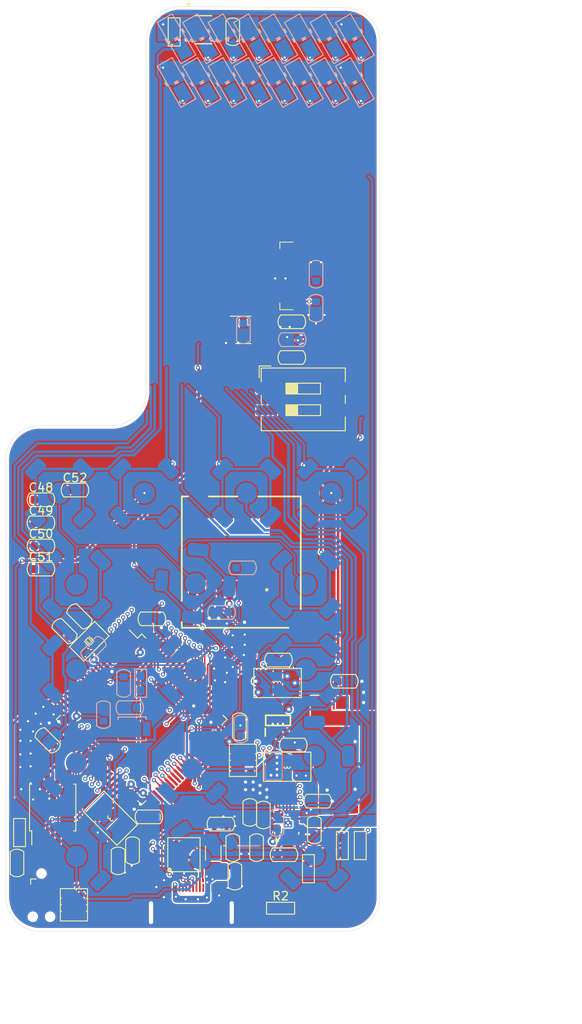
<source format=kicad_pcb>
(kicad_pcb (version 20221018) (generator pcbnew)
  (title_block (rev "1"))
  (layers (0 "F.Cu" signal "Front") (1 "In1.Cu" signal) (2 "In2.Cu" signal) (31 "B.Cu" signal "Back") (34 "B.Paste" user) (35 "F.Paste" user) (36 "B.SilkS" user "B.Silkscreen") (37 "F.SilkS" user "F.Silkscreen") (38 "B.Mask" user) (39 "F.Mask" user) (44 "Edge.Cuts" user))
  (net 0 "")
  (net 1 "+5V")
  (net 2 "/MCU/HSE_OUT")
  (net 3 "Net-(C13-Pad2)")
  (net 4 "/Connectors/VBUS")
  (net 5 "/MCU/HSE_IN")
  (net 6 "/MCU/LSE_IN")
  (net 7 "/Connectors/D+")
  (net 8 "/Connectors/D-")
  (net 9 "/MCU/LSE_OUT")
  (net 10 "+3.3V")
  (net 12 "GND")
  (net 13 "/MCU/KEYPAD.C3")
  (net 14 "/MCU/KEYPAD.C0")
  (net 15 "/MCU/KEYPAD.C1")
  (net 16 "/MCU/KEYPAD.C2")
  (net 17 "/MCU/KEYPAD.R3")
  (net 18 "/MCU/KEYPAD.R2")
  (net 19 "/MCU/SWDIO")
  (net 20 "/MCU/SWCLK")
  (net 21 "/MCU/QSPI_IO3")
  (net 22 "/MCU/QSPI_102")
  (net 23 "/MCU/QSPI_IO1")
  (net 24 "/MCU/QSPI_IO0")
  (net 25 "/MCU/QSPI_CLK")
  (net 26 "/MCU/QSPI_NCS")
  (net 27 "/MCU/SD_CMD")
  (net 28 "/MCU/SD_IO0")
  (net 29 "/MCU/SD_IO1")
  (net 30 "/MCU/SD_IO2")
  (net 31 "/MCU/SD_IO3")
  (net 32 "/MCU/SD_CLK")
  (net 33 "/Connectors/VBUS_RAW")
  (net 34 "/MCU/KEYPAD.R1")
  (net 35 "/MCU/KEYPAD.R0")
  (net 37 "Net-(J1-SWO)")
  (net 40 "/Connectors/CC1")
  (net 41 "/Connectors/CC2")
  (net 42 "Net-(U5-*PG)")
  (net 44 "/MCU/MAG1_OUT")
  (net 47 "Net-(U6-C+)")
  (net 48 "Net-(U6-C-)")
  (net 49 "Net-(IC1-VIN)")
  (net 50 "Net-(IC1-LX)")
  (net 51 "/Connectors/V+")
  (net 52 "Net-(U5-PMID)")
  (net 53 "Net-(U5-BTST)")
  (net 54 "Net-(U5-SW)")
  (net 55 "Net-(U5-REGN)")
  (net 56 "Net-(IC1-CE)")
  (net 57 "Net-(U5-TS_BIAS)")
  (net 58 "Net-(U5-ILIM)")
  (net 59 "Net-(U6-ON{slash}OFF)")
  (net 60 "/Connectors/TEMP")
  (net 66 "Net-(U8-NRST)")
  (net 67 "/MCU/VDD11C")
  (net 69 "/Connectors/GSP")
  (net 70 "/Connectors/GCK")
  (net 71 "/Connectors/GEN")
  (net 72 "/Connectors/INTB")
  (net 73 "/Connectors/VCOM")
  (net 74 "/Connectors/VA")
  (net 75 "/Connectors/BSP")
  (net 76 "/Connectors/BCK")
  (net 77 "/Connectors/R0")
  (net 78 "/Connectors/R1")
  (net 79 "/Connectors/G0")
  (net 80 "/Connectors/G1")
  (net 81 "/Connectors/B0")
  (net 82 "/Connectors/B1")
  (net 85 "/MCU/VLXS")
  (net 87 "unconnected-(U8-PE2-Pad1)")
  (net 88 "unconnected-(U8-PE3-Pad2)")
  (net 89 "unconnected-(U8-PE4-Pad3)")
  (net 90 "unconnected-(U8-PE5-Pad4)")
  (net 91 "unconnected-(U8-PE6-Pad5)")
  (net 92 "unconnected-(U8-PC13-Pad7)")
  (net 100 "unconnected-(U8-PA4-Pad28)")
  (net 101 "unconnected-(U8-PA5-Pad29)")
  (net 103 "unconnected-(U8-PE7-Pad35)")
  (net 104 "unconnected-(U8-PE8-Pad36)")
  (net 105 "unconnected-(U8-PE9-Pad37)")
  (net 106 "unconnected-(U8-PE10-Pad38)")
  (net 107 "unconnected-(U8-PE11-Pad39)")
  (net 108 "unconnected-(U8-PE12-Pad40)")
  (net 109 "unconnected-(U8-PE13-Pad41)")
  (net 110 "unconnected-(U8-PE14-Pad42)")
  (net 111 "unconnected-(U8-PE15-Pad43)")
  (net 112 "unconnected-(U8-PB10-Pad44)")
  (net 113 "unconnected-(U8-PB11-Pad45)")
  (net 114 "unconnected-(U8-PB13-Pad52)")
  (net 115 "unconnected-(U8-PD8-Pad55)")
  (net 116 "unconnected-(U8-PD9-Pad56)")
  (net 117 "unconnected-(U8-PD10-Pad57)")
  (net 118 "unconnected-(U8-PD11-Pad58)")
  (net 119 "unconnected-(U8-PD12-Pad59)")
  (net 120 "unconnected-(U8-PD13-Pad60)")
  (net 121 "unconnected-(U8-PD14-Pad61)")
  (net 122 "unconnected-(U8-PD15-Pad62)")
  (net 123 "unconnected-(U8-PC6-Pad63)")
  (net 124 "unconnected-(U8-PC7-Pad64)")
  (net 130 "unconnected-(U8-PD3-Pad84)")
  (net 131 "unconnected-(U8-PD4-Pad85)")
  (net 132 "unconnected-(U8-PD5-Pad86)")
  (net 133 "unconnected-(U8-PD6-Pad87)")
  (net 134 "unconnected-(U8-PD7-Pad88)")
  (net 135 "/MCU/SDA")
  (net 136 "unconnected-(U8-PB4-Pad90)")
  (net 137 "/MCU/SCL")
  (net 138 "/MCU/INT")
  (net 139 "unconnected-(U8-PH3-Pad94)")
  (net 140 "/MCU/~{CE}")
  (net 141 "unconnected-(U8-PE0-Pad97)")
  (net 142 "Net-(D1-A)")
  (net 143 "Net-(D2-A)")
  (net 144 "Net-(D4-A)")
  (net 145 "Net-(D5-A)")
  (net 146 "Net-(D6-A)")
  (net 147 "Net-(D7-A)")
  (net 148 "Net-(D8-A)")
  (net 149 "Net-(D9-A)")
  (net 150 "Net-(D10-A)")
  (net 151 "Net-(D11-A)")
  (net 152 "Net-(D12-A)")
  (net 153 "Net-(D13-A)")
  (net 154 "Net-(D14-A)")
  (net 155 "Net-(D15-A)")
  (net 156 "Net-(D16-A)")
  (net 157 "Net-(U3-ADJ)")
  (net 159 "Net-(D17-A)")
  (footprint "Resistor_SMD_AKL:R_0603_1608Metric_Pad1.05x0.95mm_HandSolder" (layer "F.Cu") (at 117.4 132.725 90)
    (fp_text reference "R5" hide)
    (fp_text value "31.1k")
  )
  (footprint "Capacitor_SMD_US_Handsoldering_AKL:C_0603_1608Metric" (layer "F.Cu") (at 79.825 100.2)
    (fp_text reference "C51")
    (fp_text value "10uF" hide)
  )
  (footprint "Inductor_SMD_AKL:L_Taiyo-Yuden_NR-30xx_HandSoldering" (layer "F.Cu") (at 88 129.5 135)
    (fp_text reference "L3" hide)
    (fp_text value "2.2uH")
  )
  (footprint "Capacitor_SMD_US_Handsoldering_AKL:C_0603_1608Metric" (layer "F.Cu") (at 112 130.875 -90)
    (fp_text reference "C44" hide)
    (fp_text value "10uF" hide)
  )
  (footprint "Package_SO:SOP-8_5.28x5.23mm_P1.27mm" (layer "F.Cu") (at 81.205 128.25 90)
    (fp_text reference "U1" hide)
    (fp_text value "MX25R3235FM2xx0")
  )
  (footprint "Capacitor_SMD_US_Handsoldering_AKL:C_0603_1608Metric" (layer "F.Cu") (at 79.825 94.759992)
    (fp_text reference "C49")
    (fp_text value "100nF" hide)
  )
  (footprint "S-882150APH:S-882150APH" (layer "F.Cu") (at 109.39 73.15 -90)
    (fp_text reference "U6" hide)
    (fp_text value "~")
  )
  (footprint "Capacitor_SMD_US_Handsoldering_AKL:C_0603_1608Metric" (layer "F.Cu") (at 90.6 133.325 -90)
    (fp_text reference "C55" hide)
    (fp_text value "2.2uF" hide)
  )
  (footprint "Capacitor_SMD_US_Handsoldering_AKL:C_0603_1608Metric" (layer "F.Cu") (at 77 134.775 90)
    (fp_text reference "C34" hide)
    (fp_text value "100nF X7R" hide)
  )
  (footprint "Capacitor_SMD_US_Handsoldering_AKL:C_0603_1608Metric" (layer "F.Cu") (at 102.65 136.325 -90)
    (fp_text reference "C31" hide)
    (fp_text value "10nF" hide)
  )
  (footprint "Connector:Tag-Connect_TC2030-IDC-NL_2x03_P1.27mm_Vertical" (layer "F.Cu") (at 79.884 138.56 -90)
    (fp_text reference "J1" hide)
    (fp_text value "Conn_ARM_SWD_TagConnect_TC2030-NL")
  )
  (footprint "XC9265B331MR-G:SOT95P280X130-5N" (layer "F.Cu") (at 107.725 118 90)
    (fp_text reference "IC1" hide)
    (fp_text value "XC9265B331MR-G" hide)
  )
  (footprint "Capacitor_SMD_US_Handsoldering_AKL:C_0603_1608Metric" (layer "F.Cu") (at 104.4 128.825 90)
    (fp_text reference "C20" hide)
    (fp_text value "10uF" hide)
  )
  (footprint "Inductor_SMD_AKL:L_Taiyo-Yuden_NR-30xx_HandSoldering" (layer "F.Cu") (at 108.8 123.45 180)
    (fp_text reference "L4" hide)
    (fp_text value "1uH")
  )
  (footprint "Resistor_SMD_AKL:R_0603_1608Metric_Pad1.05x0.95mm_HandSolder" (layer "F.Cu") (at 108.025 140.1)
    (fp_text reference "R2")
    (fp_text value "10k")
  )
  (footprint "footprints:SOT23_DBV_TEX-M" (layer "F.Cu") (at 98.91786 36.738198)
    (fp_text reference "U3" hide)
    (fp_text value "PTMAG5328A1DQDBVR")
  )
  (footprint "Resistor_SMD_AKL:R_0603_1608Metric_Pad1.05x0.95mm_HandSolder" (layer "F.Cu") (at 111.3 135.45 90)
    (fp_text reference "R9" hide)
    (fp_text value "910")
  )
  (footprint "Capacitor_SMD_US_Handsoldering_AKL:C_0603_1608Metric" (layer "F.Cu") (at 109.35 75.3 180)
    (fp_text reference "C18" hide)
    (fp_text value "0.1uF" hide)
  )
  (footprint "Resistor_SMD_AKL:R_0603_1608Metric_Pad1.05x0.95mm_HandSolder" (layer "F.Cu") (at 115.3 132.725 90)
    (fp_text reference "R4" hide)
    (fp_text value "5.3k")
  )
  (footprint "Capacitor_SMD_US_Handsoldering_AKL:C_0603_1608Metric" (layer "F.Cu") (at 102.4 132.975 90)
    (fp_text reference "C33" hide)
    (fp_text value "4.7uF" hide)
  )
  (footprint "Capacitor_SMD_US_Handsoldering_AKL:C_0603_1608Metric" (layer "F.Cu") (at 82.6 107.5 135)
    (fp_text reference "C30" hide)
    (fp_text value "3.9pF" hide)
  )
  (footprint "Package_TO_SOT_SMD_AKL:SOT-23-6" (layer "F.Cu") (at 96.65 133.8 90)
    (fp_text reference "D3" hide)
    (fp_text value "USBLC6-4SC6" hide)
  )
  (footprint "Capacitor_SMD_US_Handsoldering_AKL:C_0603_1608Metric" (layer "F.Cu") (at 109.35 71.1 180)
    (fp_text reference "C21" hide)
    (fp_text value "1uF" hide)
  )
  (footprint "Package_QFP:LQFP-100_14x14mm_P0.5mm" (layer "F.Cu") (at 91.680315 117.884404 -45)
    (fp_text reference "U8" hide)
    (fp_text value "STM32U585VIT6Q")
  )
  (footprint "Capacitor_SMD_US_Handsoldering_AKL:C_0603_1608Metric" (layer "F.Cu") (at 107.775 110.9 180)
    (fp_text reference "C19" hide)
    (fp_text value "22uF" hide)
  )
  (footprint "Capacitor_SMD_US_Handsoldering_AKL:C_0603_1608Metric" (layer "F.Cu") (at 106 129.125 90)
    (fp_text reference "C40" hide)
    (fp_text value "0.1uF" hide)
  )
  (footprint "Capacitor_SMD_US_Handsoldering_AKL:C_0603_1608Metric" (layer "F.Cu") (at 115.525 113.4)
    (fp_text reference "C15" hide)
    (fp_text value "0.1uF" hide)
  )
  (footprint "Capacitor_SMD_US_Handsoldering_AKL:C_0603_1608Metric" (layer "F.Cu") (at 92.525 129.35 180)
    (fp_text reference "C38" hide)
    (fp_text value "100nF" hide)
  )
  (footprint "Resistor_SMD_AKL:R_Array_Convex_4x0603" (layer "F.Cu") (at 83.7 139.7)
    (fp_text reference "RN2" hide)
    (fp_text value "4x47" hide)
  )
  (footprint "Package_TO_SOT_SMD:SOT-23-5_HandSoldering" (layer "F.Cu") (at 103.65 72.05)
    (fp_text reference "U4" hide)
    (fp_text value "74LVC1GU04DRL")
  )
  (footprint "Capacitor_SMD_US_Handsoldering_AKL:C_0603_1608Metric" (layer "F.Cu") (at 88.9 134.525 -90)
    (fp_text reference "C54" hide)
    (fp_text value "2.2uF" hide)
  )
  (footprint "Capacitor_SMD_US_Handsoldering_AKL:C_0603_1608Metric" (layer "F.Cu") (at 105.2 132.975 -90)
    (fp_text reference "C39" hide)
    (fp_text value "1uF" hide)
  )
  (footprint "Inductor_SMD:L_1206_3216Metric_Pad1.22x1.90mm_HandSolder" (layer "F.Cu") (at 100.1 133.6 -90)
    (fp_text reference "F1" hide)
    (fp_text value "Polyfuse")
  )
  (footprint "footprints:WQFN-HR18_RYK_TEX" (layer "F.Cu") (at 108.749999 129.724999 90)
    (fp_text reference "U5" hide)
    (fp_text value "BQ25622ERYKR")
  )
  (footprint "Capacitor_SMD_US_Handsoldering_AKL:C_0603_1608Metric" (layer "F.Cu") (at 79.825 97.479996)
    (fp_text reference "C50")
    (fp_text value "1uF" hide)
  )
  (footprint "Button_Switch_SMD:SW_DIP_SPSTx02_Slide_9.78x7.26mm_W8.61mm_P2.54mm" (layer "F.Cu") (at 110.695 80.23)
    (fp_text reference "SW2" hide)
    (fp_text value "SW_SPST")
  )
  (footprint "Capacitor_SMD_US_Handsoldering_AKL:C_0603_1608Metric" (layer "F.Cu") (at 108.425 133.8)
    (fp_text reference "C43" hide)
    (fp_text value "4.7uF" hide)
  )
  (footprint "Resistor_SMD_AKL:R_0603_1608Metric_Pad1.05x0.95mm_HandSolder" (layer "F.Cu") (at 77.3 131.2 -90)
    (fp_text reference "R1" hide)
    (fp_text value "10k")
  )
  (footprint "Capacitor_SMD_US_Handsoldering_AKL:C_0603_1608Metric" (layer "F.Cu") (at 101 130.2 180)
    (fp_text reference "C32" hide)
    (fp_text value "100nF" hide)
  )
  (footprint "Capacitor_SMD_US_Handsoldering_AKL:C_0603_1608Metric" (layer "F.Cu") (at 92.875 106.05)
    (fp_text reference "C46" hide)
    (fp_text value "100nF" hide)
  )
  (footprint "phone:GCT_MEM2061-01-188-00-A_REVA" (layer "F.Cu") (at 103.4 99.38)
    (fp_text reference "J3" hide)
    (fp_text value "MEM2061-01-188-00-A_REVA")
  )
  (footprint "Capacitor_SMD_US_Handsoldering_AKL:C_0603_1608Metric" (layer "F.Cu") (at 109.525 120.9)
    (fp_text reference "C16" hide)
    (fp_text value "10uF" hide)
  )
  (footprint "Capacitor_SMD_US_Handsoldering_AKL:C_0603_1608Metric" (layer "F.Cu") (at 84.351992 105.751992 135)
    (fp_text reference "C29" hide)
    (fp_text value "3.9pF" hide)
  )
  (footprint "Capacitor_SMD_US_Handsoldering_AKL:C_0603_1608Metric" (layer "F.Cu") (at 103.175 118.75 90)
    (fp_text reference "C37" hide)
    (fp_text value "100nF" hide)
  )
  (footprint "503566-2102:5035662102" (layer "F.Cu") (at 109.265 65.7 90)
    (fp_text reference "J4" hide)
    (fp_text value "503566-2102" hide)
  )
  (footprint "Crystal_Handsoldering_AKL:Crystal_SMD_3215-2Pin_3.2x1.5mm" (layer "F.Cu") (at 85.5 108.7 45)
    (fp_text reference "Y2" hide)
    (fp_text value "Crystal" hide)
  )
  (footprint "Capacitor_SMD_US_Handsoldering_AKL:C_0603_1608Metric" (layer "F.Cu") (at 79.825 92.039988)
    (fp_text reference "C48")
    (fp_text value "1uF" hide)
  )
  (footprint "CX90BW-16P:CX90BW-16P" (layer "F.Cu") (at 97.525 142.825)
    (fp_text reference "J2" hide)
    (fp_text value "54-00305")
  )
  (footprint "Inductor_SMD_AKL:L_Taiyo-Yuden_NR-30xx_HandSoldering" (layer "F.Cu") (at 107.675 113.6)
    (fp_text reference "L2" hide)
    (fp_text value "10uH")
  )
  (footprint "Capacitor_SMD_US_Handsoldering_AKL:C_0603_1608Metric" (layer "F.Cu") (at 112.4 127.5)
    (fp_text reference "C42" hide)
    (fp_text value "20uF" hide)
  )
  (footprint "Capacitor_SMD_US_Handsoldering_AKL:C_0603_1608Metric" (layer "F.Cu") (at 80.626992 120.351992 135)
    (fp_text reference "C45" hide)
    (fp_text value "100nF" hide)
  )
  (footprint "footprints:00-9155-003-00 3 Pin Spring Connector" (layer "F.Cu") (at 115.3 119.55 180)
    (fp_text reference "U2" hide)
    (fp_text value "~")
  )
  (footprint "Resistor_SMD_AKL:R_0603_1608Metric_Pad1.05x0.95mm_HandSolder" (layer "F.Cu") (at 95.5 37 90)
    (fp_text reference "R6" hide)
    (fp_text value "5k")
  )
  (footprint "Resistor_SMD_AKL:R_Array_Convex_4x0603" (layer "F.Cu") (at 103.6 122.7 180)
    (fp_text reference "RN1" hide)
    (fp_text value "4x10k" hide)
  )
  (footprint "Capacitor_SMD_US_Handsoldering_AKL:C_0603_1608Metric" (layer "F.Cu") (at 102.4 36.975 90)
    (fp_text reference "C5" hide)
    (fp_text value "1uF" hide)
  )
  (footprint "Capacitor_SMD_US_Handsoldering_AKL:C_0603_1608Metric" (layer "F.Cu") (at 83.825 90.9)
    (fp_text reference "C52")
    (fp_text value "100nF" hide)
  )
  (footprint "Diode_SMD_AKL:D_MicroMELF_Handsoldering" (layer "B.Cu") (at 101.775 42.944263 -60)
    (fp_text reference "D15" hide)
    (fp_text value "D")
  )
  (footprint "Capacitor_SMD_US_Handsoldering_AKL:C_0603_1608Metric" (layer "B.Cu") (at 103.65 72.05 -90)
    (fp_text reference "C35" hide)
    (fp_text value "0.1uF" hide)
  )
  (footprint "Capacitor_SMD_US_Handsoldering_AKL:C_0603_1608Metric" (layer "B.Cu") (at 89.55 113.643939 90)
    (fp_text reference "C14" hide)
    (fp_text value "22nF" hide)
  )
  (footprint "Capacitor_SMD_US_Handsoldering_AKL:C_0603_1608Metric" (layer "B.Cu") (at 112.2 65.5 90)
    (fp_text reference "C3" hide)
    (fp_text value "1uF" hide)
  )
  (footprint "Diode_SMD_AKL:D_MicroMELF_Handsoldering" (layer "B.Cu") (at 116.775 37.8 -60)
    (fp_text reference "D9" hide)
    (fp_text value "D")
  )
  (footprint "Capacitor_SMD_US_Handsoldering_AKL:C_0603_1608Metric" (layer "B.Cu") (at 112.2 69.5 -90)
    (fp_text reference "C4" hide)
    (fp_text value "1uF" hide)
  )
  (footprint "Capacitor_SMD_US_Handsoldering_AKL:C_0603_1608Metric" (layer "B.Cu") (at 107.6 130.025 90)
    (fp_text reference "C41" hide)
    (fp_text value "47nF" hide)
  )
  (footprint "snap dome:snap dome_2" (layer "B.Cu") (at 112 133.881559)
    (fp_text reference "SW12" hide)
    (fp_text value "snap_dome" hide)
  )
  (footprint "Resistor_SMD_AKL:R_0603_1608Metric_Pad1.05x0.95mm_HandSolder" (layer "B.Cu") (at 91.55 113.625 90)
    (fp_text reference "R3" hide)
    (fp_text value "1K")
  )
  (footprint "Diode_SMD_AKL:D_MicroMELF_Handsoldering" (layer "B.Cu") (at 101.775 37.8 -60)
    (fp_text reference "D4" hide)
    (fp_text value "D")
  )
  (footprint "snap dome:snap dome_2" (layer "B.Cu") (at 84 112 -90)
    (fp_text reference "SW7" hide)
    (fp_text value "snap_dome" hide)
  )
  (footprint "snap dome:snap dome_1" (layer "B.Cu") (at 92 91.25 180)
    (fp_text reference "SW15" hide)
    (fp_text value "snap_dome")
  )
  (footprint "snap dome:snap dome_2" (layer "B.Cu") (at 97.6 123.7)
    (fp_text reference "SW9" hide)
    (fp_text value "snap_dome" hide)
  )
  (footprint "snap dome:snap dome_2" (layer "B.Cu") (at 84 123 -90)
    (fp_text reference "SW11" hide)
    (fp_text value "snap_dome" hide)
  )
  (footprint "Capacitor_SMD_US_Handsoldering_AKL:C_0603_1608Metric" (layer "B.Cu") (at 109.4 73.2 180)
    (fp_text reference "C17" hide)
    (fp_text value "4.7uF" hide)
  )
  (footprint "Diode_SMD_AKL:D_MicroMELF_Handsoldering" (layer "B.Cu") (at 110.775 42.944263 -60)
    (fp_text reference "D12" hide)
    (fp_text value "D")
  )
  (footprint "snap dome:snap dome_1" (layer "B.Cu") (at 114 91.25 180)
    (fp_text reference "SW17" hide)
    (fp_text value "snap_dome")
  )
  (footprint "Capacitor_SMD_US_Handsoldering_AKL:C_0603_1608Metric" (layer "B.Cu") (at 103.35 119 90)
    (fp_text reference "C53" hide)
    (fp_text value "100nF" hide)
  )
  (footprint "Diode_SMD_AKL:D_MicroMELF_Handsoldering" (layer "B.Cu") (at 113.775 37.8 -60)
    (fp_text reference "D8" hide)
    (fp_text value "D")
  )
  (footprint "Capacitor_SMD_US_Handsoldering_AKL:C_0603_1608Metric" (layer "B.Cu") (at 86 109.6 45)
    (fp_text reference "C47" hide)
    (fp_text value "100nF" hide)
  )
  (footprint "Button_Switch_SMD:SW_SPST_B3U-1000P" (layer "B.Cu") (at 90.55 119)
    (fp_text reference "SW1" hide)
    (fp_text value "SW_Push")
  )
  (footprint "snap dome:snap dome_1" (layer "B.Cu") (at 82 91.25 180)
    (fp_text reference "SW18" hide)
    (fp_text value "snap_dome")
  )
  (footprint "Capacitor_SMD_US_Handsoldering_AKL:C_0603_1608Metric" (layer "B.Cu") (at 103.55 100.05)
    (fp_text reference "C1" hide)
    (fp_text value "10uF" hide)
  )
  (footprint "Capacitor_SMD_US_Handsoldering_AKL:C_0603_1608Metric" (layer "B.Cu") (at 101.075 105.3 180)
    (fp_text reference "C2" hide)
    (fp_text value "100nF" hide)
  )
  (footprint "Diode_SMD_AKL:D_MicroMELF_Handsoldering" (layer "B.Cu") (at 98.775 37.8 -60)
    (fp_text reference "D2" hide)
    (fp_text value "D")
  )
  (footprint "snap dome:snap dome_1" (layer "B.Cu") (at 98 101.9 -140)
    (fp_text reference "SW4" hide)
    (fp_text value "snap_dome")
  )
  (footprint "Diode_SMD_AKL:D_MicroMELF_Handsoldering" (layer "B.Cu") (at 107.775 42.944263 -60)
    (fp_text reference "D13" hide)
    (fp_text value "D")
  )
  (footprint "Diode_SMD_AKL:D_MicroMELF_Handsoldering" (layer "B.Cu") (at 110.775 37.8 -60)
    (fp_text reference "D7" hide)
    (fp_text value "D")
  )
  (footprint "snap dome:snap dome_1" (layer "B.Cu") (at 104 91.25 180)
    (fp_text reference "SW16" hide)
    (fp_text value "snap_dome")
  )
  (footprint "snap dome:snap dome_2" (layer "B.Cu") (at 84 134 90)
    (fp_text reference "SW14" hide)
    (fp_text value "snap_dome" hide)
  )
  (footprint "snap dome:snap dome_1" (layer "B.Cu") (at 111 112 180)
    (fp_text reference "SW6" hide)
    (fp_text value "snap_dome")
  )
  (footprint "Capacitor_SMD_US_Handsoldering_AKL:C_0603_1608Metric" (layer "B.Cu") (at 87.175 117.325 90)
    (fp_text reference "C36" hide)
    (fp_text value "10uF" hide)
  )
  (footprint "Diode_SMD_AKL:D_MicroMELF_Handsoldering" (layer "B.Cu") (at 95.775 37.8 -60)
    (fp_text reference "D1" hide)
    (fp_text value "D")
  )
  (footprint "Capacitor_SMD_US_Handsoldering_AKL:C_0603_1608Metric" (layer "B.Cu") (at 90.275 116.5)
    (fp_text reference "C13" hide)
    (fp_text value "10pF" hide)
  )
  (footprint "snap dome:snap dome_1" (layer "B.Cu") (at 111 102 180)
    (fp_text reference "SW3" hide)
    (fp_text value "snap_dome")
  )
  (footprint "Diode_SMD_AKL:D_MicroMELF_Handsoldering" (layer "B.Cu") (at 104.775 37.8 -60)
    (fp_text reference "D5" hide)
    (fp_text value "D")
  )
  (footprint "Diode_SMD_AKL:D_MicroMELF_Handsoldering" (layer "B.Cu") (at 104.775 42.944263 -60)
    (fp_text reference "D14" hide)
    (fp_text value "D")
  )
  (footprint "Diode_SMD_AKL:D_MicroMELF_Handsoldering" (layer "B.Cu") (at 98.775 42.944263 -60)
    (fp_text reference "D16" hide)
    (fp_text value "D")
  )
  (footprint "Diode_SMD_AKL:D_MicroMELF_Handsoldering" (layer "B.Cu") (at 107.775 37.8 -60)
    (fp_text reference "D6" hide)
    (fp_text value "D")
  )
  (footprint "snap dome:snap dome_2" (layer "B.Cu") (at 98 112 -90)
    (fp_text reference "SW8" hide)
    (fp_text value "snap_dome" hide)
  )
  (footprint "Diode_SMD_AKL:D_MicroMELF_Handsoldering" (layer "B.Cu") (at 113.775 42.944263 -60)
    (fp_text reference "D11" hide)
    (fp_text value "D")
  )
  (footprint "snap dome:snap dome_1" (layer "B.Cu") (at 84 102 180)
    (fp_text reference "SW5" hide)
    (fp_text value "snap_dome")
  )
  (footprint "snap dome:snap dome_2" (layer "B.Cu") (at 98.6 134.3 170)
    (fp_text reference "SW13" hide)
    (fp_text value "snap_dome" hide)
  )
  (footprint "snap dome:snap dome_2" (layer "B.Cu") (at 112 122.2 135)
    (fp_text reference "SW10" hide)
    (fp_text value "snap_dome" hide)
  )
  (footprint "Diode_SMD_AKL:D_MicroMELF_Handsoldering" (layer "B.Cu") (at 116.775 42.944263 -60)
    (fp_text reference "D10" hide)
    (fp_text value "D")
  )
  (footprint "Diode_SMD_AKL:D_MicroMELF_Handsoldering" (layer "B.Cu") (at 95.775 42.944263 -60)
    (fp_text reference "D17" hide)
    (fp_text value "D")
  )
  (gr_line (start 92.2 38) (end 92.2 79.3) (stroke (width 0.0381)) (layer "Edge.Cuts"))
  (gr_line (start 88.2 83.3) (end 79.7 83.3) (stroke (width 0.0381)) (layer "Edge.Cuts"))
  (gr_arc (start 75.7 87.3) (mid 76.871573 84.471573) (end 79.7 83.3) (stroke (width 0.0381)) (layer "Edge.Cuts"))
  (gr_line (start 75.7 87.3) (end 75.7 138.8) (stroke (width 0.0381)) (layer "Edge.Cuts"))
  (gr_arc (start 115.72909 34.141924) (mid 118.538688 35.323696) (end 119.7 38.141818) (stroke (width 0.0381)) (layer "Edge.Cuts"))
  (gr_arc (start 92.2 38) (mid 93.381878 35.161309) (end 96.22909 34.000105) (stroke (width 0.0381)) (layer "Edge.Cuts"))
  (gr_arc (start 79.7 142.8) (mid 76.871573 141.628427) (end 75.7 138.8) (stroke (width 0.0381)) (layer "Edge.Cuts"))
  (gr_line (start 79.7 142.8) (end 115.7 142.8) (stroke (width 0.0381)) (layer "Edge.Cuts"))
  (gr_line (start 115.72909 34.141924) (end 96.22909 34.000105) (stroke (width 0.0381)) (layer "Edge.Cuts"))
  (gr_arc (start 92.2 79.3) (mid 91.028427 82.128427) (end 88.2 83.3) (stroke (width 0.0381)) (layer "Edge.Cuts"))
  (gr_line (start 119.7 138.8) (end 119.7 38.141818) (stroke (width 0.0381)) (layer "Edge.Cuts"))
  (gr_arc (start 119.7 138.8) (mid 118.528427 141.628427) (end 115.7 142.8) (stroke (width 0.0381)) (layer "Edge.Cuts"))
  (segment (start 109.412427 70.387427) (end 110.125 71.1) (width 0.2) (layer "F.Cu") (net 1))
  (segment (start 110.125 71.87) (end 110.655 72.4) (width 0.2) (layer "F.Cu") (net 1))
  (segment (start 110.43 68.7) (end 111.4 68.7) (width 0.2) (layer "F.Cu") (net 1))
  (segment (start 107.424854 71.1) (end 105 71.1) (width 0.2) (layer "F.Cu") (net 1))
  (segment (start 109.412427 69.112427) (end 107.424854 71.1) (width 0.2) (layer "F.Cu") (net 1))
  (segment (start 109.412427 69.112427) (end 109.412427 70.387427) (width 0.2) (layer "F.Cu") (net 1))
  (segment (start 110.43 68.7) (end 109.824854 68.7) (width 0.2) (layer "F.Cu") (net 1))
  (segment (start 110.125 71.1) (end 110.125 71.87) (width 0.2) (layer "F.Cu") (net 1))
  (segment (start 109.824854 68.7) (end 109.412427 69.112427) (width 0.2) (layer "F.Cu") (net 1))
  (via (at 111.4 68.7) (size 0.508) (drill 0.254) (layers "F.Cu" "B.Cu") (net 1))
  (segment (start 112.175 68.7) (end 112.2 68.725) (width 0.2) (layer "B.Cu") (net 1))
  (segment (start 111.4 68.7) (end 112.175 68.7) (width 0.2) (layer "B.Cu") (net 1))
  (segment (start 92.25 119) (end 92.25 118.5) (width 0.254) (layer "B.Cu") (net 3))
  (segment (start 92.25 118.5) (end 91.05 117.3) (width 0.254) (layer "B.Cu") (net 3))
  (segment (start 91.05 116.5) (end 91.05 115.7) (width 0.254) (layer "B.Cu") (net 3))
  (segment (start 91.55 115.2) (end 91.55 114.5) (width 0.254) (layer "B.Cu") (net 3))
  (segment (start 91.05 117.3) (end 91.05 116.5) (width 0.254) (layer "B.Cu") (net 3))
  (segment (start 91.05 115.7) (end 91.55 115.2) (width 0.254) (layer "B.Cu") (net 3))
  (segment (start 100.0531 131.8906) (end 100.1 131.9375) (width 0.254) (layer "F.Cu") (net 4))
  (segment (start 100.3625 132.2) (end 100.1 131.9375) (width 0.508) (layer "F.Cu") (net 4))
  (segment (start 97.254459 131.8906) (end 100.0531 131.8906) (width 0.254) (layer "F.Cu") (net 4))
  (segment (start 96.65 132.495059) (end 97.254459 131.8906) (width 0.254) (layer "F.Cu") (net 4))
  (segment (start 102.4 132.2) (end 100.3625 132.2) (width 0.508) (layer "F.Cu") (net 4))
  (segment (start 96.65 132.7) (end 96.65 132.495059) (width 0.254) (layer "F.Cu") (net 4))
  (segment (start 100.225 130.2) (end 100.225 131.8125) (width 0.508) (layer "F.Cu") (net 4))
  (segment (start 100.225 131.8125) (end 100.1 131.9375) (width 0.508) (layer "F.Cu") (net 4))
  (segment (start 88.021037 110.689593) (end 86.9 109.568556) (width 0.3) (layer "F.Cu") (net 6))
  (segment (start 86.383883 107.783883) (end 84.9 106.3) (width 0.3) (layer "F.Cu") (net 6))
  (segment (start 86.9 109.568556) (end 86.9 108.332234) (width 0.3) (layer "F.Cu") (net 6))
  (segment (start 86.383883 107.816117) (end 86.383883 107.783883) (width 0.3) (layer "F.Cu") (net 6))
  (segment (start 86.9 108.332234) (end 86.383883 107.816117) (width 0.3) (layer "F.Cu") (net 6))
  (segment (start 98.383487 124.255325) (end 100.639145 121.999667) (width 0.31) (layer "F.Cu") (net 7))
  (segment (start 98.383487 125.743479) (end 98.477913 125.649053) (width 0.31) (layer "F.Cu") (net 7))
  (segment (start 97.6191 136.605651) (end 97.725 136.711551) (width 0.2) (layer "F.Cu") (net 7))
  (segment (start 98.477913 125.183973) (end 98.383487 125.089547) (width 0.31) (layer "F.Cu") (net 7))
  (segment (start 96.925 137.15) (end 96.925 137.7) (width 0.2) (layer "F.Cu") (net 7))
  (segment (start 96.55 136.775) (end 95.7 135.925) (width 0.31) (layer "F.Cu") (net 7))
  (segment (start 98.477913 125.649053) (end 98.477913 125.183973) (width 0.31) (layer "F.Cu") (net 7))
  (segment (start 92.447717 132.908343) (end 92.447717 133.373423) (width 0.31) (layer "F.Cu") (net 7))
  (segment (start 95.7 135.925) (end 95.7 134.9) (width 0.31) (layer "F.Cu") (net 7))
  (segment (start 92.95606 132.4) (end 92.447717 132.908343) (width 0.31) (layer "F.Cu") (net 7))
  (segment (start 98.383487 125.883487) (end 98.383487 125.743479) (width 0.31) (layer "F.Cu") (net 7))
  (segment (start 92.447717 133.373423) (end 93.974294 134.9) (width 0.31) (layer "F.Cu") (net 7))
  (segment (start 99.935787 120.536225) (end 99.935787 120.483021) (width 0.31) (layer "F.Cu") (net 7))
  (segment (start 97.725 136.711551) (end 97.725 137.7) (width 0.2) (layer "F.Cu") (net 7))
  (segment (start 93.974294 134.9) (end 95.7 134.9) (width 0.31) (layer "F.Cu") (net 7))
  (segment (start 100.639145 121.239583) (end 99.935787 120.536225) (width 0.31) (layer "F.Cu") (net 7))
  (segment (start 96.55 136.775) (end 96.925 137.15) (width 0.2) (layer "F.Cu") (net 7))
  (segment (start 93 132.4) (end 92.95606 132.4) (width 0.31) (layer "F.Cu") (net 7))
  (segment (start 98.383487 125.089547) (end 98.383487 124.255325) (width 0.31) (layer "F.Cu") (net 7))
  (segment (start 100.639145 121.999667) (end 100.639145 121.239583) (width 0.31) (layer "F.Cu") (net 7))
  (via (at 93 132.4) (size 0.508) (drill 0.254) (layers "F.Cu" "B.Cu") (net 7))
  (via (at 97.6191 136.605651) (size 0.508) (drill 0.254) (layers "F.Cu" "B.Cu") (net 7))
  (via (at 96.55 136.775) (size 0.508) (drill 0.254) (layers "F.Cu" "B.Cu") (net 7))
  (via (at 98.383487 125.883487) (size 0.508) (drill 0.254) (layers "F.Cu" "B.Cu") (net 7))
  (segment (start 97.6191 136.605651) (end 97.524751 136.7) (width 0.2) (layer "B.Cu") (net 7))
  (segment (start 97.524751 136.7) (end 96.625 136.7) (width 0.2) (layer "B.Cu") (net 7))
  (segment (start 96.625 136.7) (end 96.55 136.775) (width 0.2) (layer "B.Cu") (net 7))
  (segment (start 97.1127 136.3873) (end 97.6 135.9) (width 0.2) (layer "F.Cu") (net 8))
  (segment (start 97.921087 124.063821) (end 100.176765 121.808143) (width 0.31) (layer "F.Cu") (net 8))
  (segment (start 99.552111 120.866697) (end 99.582233 120.836575) (width 0.31) (layer "F.Cu") (net 8))
  (segment (start 97.6 135.7) (end 97.6 134.9) (width 0.31) (layer "F.Cu") (net 8))
  (segment (start 93.009117 133.140883) (end 93.793234 133.925) (width 0.31) (layer "F.Cu") (net 8))
  (segment (start 100.176765 121.491351) (end 99.552111 120.866697) (width 0.31) (layer "F.Cu") (net 8))
  (segment (start 97.916513 125.416513) (end 97.921087 125.411939) (width 0.31) (layer "F.Cu") (net 8))
  (segment (start 97.125 133.925) (end 97.6 134.4) (width 0.31) (layer "F.Cu") (net 8))
  (segment (start 97.6 134.4) (end 97.6 134.9) (width 0.31) (layer "F.Cu") (net 8))
  (segment (start 98.125 136.225) (end 97.6 135.7) (width 0.2) (layer "F.Cu") (net 8))
  (segment (start 100.176765 121.808143) (end 100.176765 121.491351) (width 0.31) (layer "F.Cu") (net 8))
  (segment (start 93.793234 133.925) (end 97.125 133.925) (width 0.31) (layer "F.Cu") (net 8))
  (segment (start 98.125 137.7) (end 98.125 136.225) (width 0.2) (layer "F.Cu") (net 8))
  (segment (start 97.921087 125.411939) (end 97.921087 124.063821) (width 0.31) (layer "F.Cu") (net 8))
  (segment (start 97.325 137.7) (end 97.325 137.051631) (width 0.2) (layer "F.Cu") (net 8))
  (segment (start 97.1127 136.839331) (end 97.1127 136.3873) (width 0.2) (layer "F.Cu") (net 8))
  (segment (start 97.325 137.051631) (end 97.1127 136.839331) (width 0.2) (layer "F.Cu") (net 8))
  (segment (start 97.6 135.9) (end 97.6 135.7) (width 0.2) (layer "F.Cu") (net 8))
  (via (at 97.916513 125.416513) (size 0.508) (drill 0.254) (layers "F.Cu" "B.Cu") (net 8))
  (via (at 93.009117 133.140883) (size 0.508) (drill 0.254) (layers "F.Cu" "B.Cu") (net 8))
  (segment (start 86.524338 109.9) (end 84.932234 109.9) (width 0.3) (layer "F.Cu") (net 9))
  (segment (start 84.616117 109.583883) (end 84.616117 109.516117) (width 0.3) (layer "F.Cu") (net 9))
  (segment (start 84.932234 109.9) (end 84.616117 109.583883) (width 0.3) (layer "F.Cu") (net 9))
  (segment (start 87.667484 111.043146) (end 86.524338 109.9) (width 0.3) (layer "F.Cu") (net 9))
  (segment (start 84.616117 109.516117) (end 83.148008 108.048008) (width 0.3) (layer "F.Cu") (net 9))
  (segment (start 82.364183 119.422361) (end 84 117.786544) (width 0.3) (layer "F.Cu") (net 10))
  (segment (start 92.864719 127.554089) (end 92.864719 128.914719) (width 0.3) (layer "F.Cu") (net 10))
  (segment (start 77.1 140.5) (end 77.1 137.9) (width 0.3) (layer "F.Cu") (net 10))
  (segment (start 77.1 137.9) (end 77.71 137.29) (width 0.3) (layer "F.Cu") (net 10))
  (segment (start 84.014375 115.875319) (end 83.424843 115.285787) (width 0.3) (layer "F.Cu") (net 10))
  (segment (start 83.619655 141.880345) (end 78.480345 141.880345) (width 0.3) (layer "F.Cu") (net 10))
  (segment (start 102.7 123.9) (end 102.7 121.5) (width 0.3) (layer "F.Cu") (net 10))
  (segment (start 84.6 138.5) (end 84.6 140.9) (width 0.3) (layer "F.Cu") (net 10))
  (segment (start 82.364183 119.422361) (end 81.175 120.611544) (width 0.3) (layer "F.Cu") (net 10))
  (segment (start 102.04 102.805) (end 102.04 104.21) (width 0.3) (layer "F.Cu") (net 10))
  (segment (start 91.5 109.579438) (end 91.5 110) (width 0.3) (layer "F.Cu") (net 10))
  (segment (start 84.6 140.9) (end 83.619655 141.880345) (width 0.3) (layer "F.Cu") (net 10))
  (segment (start 86.942005 111.750253) (end 86.063687 110.871935) (width 0.3) (layer "F.Cu") (net 10))
  (segment (start 91.855315 126.544685) (end 92.864719 127.554089) (width 0.3) (layer "F.Cu") (net 10))
  (segment (start 86.960377 111.750253) (end 86.942005 111.750253) (width 0.3) (layer "F.Cu") (net 10))
  (segment (start 78.480345 141.880345) (end 77.1 140.5) (width 0.3) (layer "F.Cu") (net 10))
  (segment (start 79.3 122.775) (end 81.175 120.9) (width 0.3) (layer "F.Cu") (net 10))
  (segment (start 109.275 113.6) (end 109.7 113.6) (width 0.3) (layer "F.Cu") (net 10))
  (segment (start 109.7 113.6) (end 109.275 111.625) (width 0.3) (layer "F.Cu") (net 10))
  (segment (start 92.864719 108.214719) (end 92.864719 106.814719) (width 0.3) (layer "F.Cu") (net 10))
  (segment (start 84 117.786544) (end 84 117.5) (width 0.3) (layer "F.Cu") (net 10))
  (segment (start 102.04 104.21) (end 101.983819 104.266181) (width 0.3) (layer "F.Cu") (net 10))
  (segment (start 90.42868 125.5) (end 89.435251 126.493429) (width 0.3) (layer "F.Cu") (net 10))
  (segment (start 84.014375 117.485625) (end 84.014375 115.875319) (width 0.3) (layer "F.Cu") (net 10))
  (segment (start 92.864719 128.914719) (end 93.3 129.35) (width 0.3) (layer "F.Cu") (net 10))
  (segment (start 89.317675 110.572017) (end 88.728144 109.982486) (width 0.3) (layer "F.Cu") (net 10))
  (segment (start 84 117.5) (end 84.014375 117.485625) (width 0.3) (layer "F.Cu") (net 10))
  (segment (start 81.175 120.611544) (end 81.175 120.9) (width 0.3) (layer "F.Cu") (net 10))
  (segment (start 77.71 137.29) (end 79.249 137.29) (width 0.3) (layer "F.Cu") (net 10))
  (segment (start 109.275 111.625) (end 108.55 110.9) (width 0.3) (layer "F.Cu") (net 10))
  (segment (start 91.5 110) (end 90.927983 110.572017) (width 0.3) (layer "F.Cu") (net 10))
  (segment (start 92.864719 106.814719) (end 92.1 106.05) (width 0.3) (layer "F.Cu") (net 10))
  (segment (start 79.3 124.65) (end 79.3 122.775) (width 0.3) (layer "F.Cu") (net 10))
  (segment (start 92.864719 108.214719) (end 91.5 109.579438) (width 0.3) (layer "F.Cu") (net 10))
  (segment (start 90.927983 110.572017) (end 89.317675 110.572017) (width 0.3) (layer "F.Cu") (net 10))
  (via (at 84 117.5) (size 0.889) (drill 0.381) (layers "F.Cu" "B.Cu") (net 10))
  (via (at 109.7 113.6) (size 0.889) (drill 0.381) (layers "F.Cu" "B.Cu") (net 10))
  (via (at 102 120.5) (size 0.889) (drill 0.381) (layers "F.Cu" "B.Cu") (net 10))
  (via (at 108.8 112.8) (size 0.889) (drill 0.381) (layers "F.Cu" "B.Cu") (net 10))
  (via (at 109 116.7) (size 0.889) (drill 0.381) (layers "F.Cu" "B.Cu") (net 10))
  (via (at 90.42868 125.5) (size 0.889) (drill 0.381) (layers "F.Cu" "B.Cu") (net 10))
  (via (at 86.063687 110.871935) (size 0.889) (drill 0.381) (layers "F.Cu" "B.Cu") (net 10))
  (via (at 91.5 110) (size 0.889) (drill 0.381) (layers "F.Cu" "B.Cu") (net 10))
  (via (at 84 117.5) (size 0.889) (drill 0.381) (layers "F.Cu" "B.Cu") (net 10))
  (via (at 101.983819 104.266181) (size 0.8) (drill 0.4) (layers "F.Cu" "B.Cu") (net 10))
  (via (at 91.855315 126.544685) (size 0.889) (drill 0.381) (layers "F.Cu" "B.Cu") (net 10))
  (segment (start 86.575 117.5) (end 87.175 118.1) (width 0.3) (layer "B.Cu") (net 10))
  (segment (start 91.855315 126.544685) (end 91.473365 126.544685) (width 0.3) (layer "B.Cu") (net 10))
  (segment (start 84 117.5) (end 86.575 117.5) (width 0.3) (layer "B.Cu") (net 10))
  (segment (start 91.473365 126.544685) (end 90.42868 125.5) (width 0.3) (layer "B.Cu") (net 10))
  (segment (start 101.983819 105.166181) (end 101.85 105.3) (width 0.3) (layer "B.Cu") (net 10))
  (segment (start 86.063687 110.871935) (end 86.063687 110.759703) (width 0.3) (layer "B.Cu") (net 10))
  (segment (start 101.983819 104.266181) (end 101.983819 105.166181) (width 0.3) (layer "B.Cu") (net 10))
  (segment (start 86.063687 110.759703) (end 85.451992 110.148008) (width 0.3) (layer "B.Cu") (net 10))
  (via (at 112.2 71.3) (size 0.508) (drill 0.254) (layers "F.Cu" "B.Cu") (net 12))
  (via (at 101.3 129.3) (size 0.508) (drill 0.254) (layers "F.Cu" "B.Cu") (net 12))
  (via (at 108.8 72.9) (size 0.508) (drill 0.254) (layers "F.Cu" "B.Cu") (net 12))
  (via (at 104.8 126.15) (size 0.889) (drill 0.381) (layers "F.Cu" "B.Cu") (net 12))
  (via (at 78.3 118.1) (size 0.508) (drill 0.254) (layers "F.Cu" "B.Cu") (net 12))
  (via (at 96.675 136) (size 0.508) (drill 0.254) (layers "F.Cu" "B.Cu") (net 12))
  (via (at 104.8 125.25) (size 0.889) (drill 0.381) (layers "F.Cu" "B.Cu") (net 12))
  (via (at 103.8 109.1) (size 0.508) (drill 0.254) (layers "F.Cu" "B.Cu") (net 12))
  (via (at 79.2 117.2) (size 0.508) (drill 0.254) (layers "F.Cu" "B.Cu") (net 12))
  (via (at 100.725 105.975) (size 0.8) (drill 0.4) (layers "F.Cu" "B.Cu") (net 12))
  (via (at 106.4 126.15) (size 0.889) (drill 0.381) (layers "F.Cu" "B.Cu") (net 12))
  (via (at 100.8 138.6) (size 0.508) (drill 0.254) (layers "F.Cu" "B.Cu") (net 12))
  (via (at 109.1 71.7) (size 0.508) (drill 0.254) (layers "F.Cu" "B.Cu") (net 12))
  (via (at 102.6 129.3) (size 0.508) (drill 0.254) (layers "F.Cu" "B.Cu") (net 12))
  (via (at 78.6 121.9) (size 0.508) (drill 0.254) (layers "F.Cu" "B.Cu") (net 12))
  (via (at 102.7 130.4) (size 0.508) (drill 0.254) (layers "F.Cu" "B.Cu") (net 12))
  (via (at 107.4 66) (size 0.508) (drill 0.254) (layers "F.Cu" "B.Cu") (net 12))
  (via (at 100.3 113.3) (size 0.508) (drill 0.254) (layers "F.Cu" "B.Cu") (net 12))
  (via (at 117.8 115.9) (size 0.8) (drill 0.4) (layers "F.Cu" "B.Cu") (net 12))
  (via (at 79.7 126.1) (size 0.508) (drill 0.254) (layers "F.Cu" "B.Cu") (net 12))
  (via (at 104 117.9) (size 0.508) (drill 0.254) (layers "F.Cu" "B.Cu") (net 12))
  (via (at 78.6 125.4) (size 0.508) (drill 0.254) (layers "F.Cu" "B.Cu") (net 12))
  (via (at 90.5 135.1) (size 0.508) (drill 0.254) (layers "F.Cu" "B.Cu") (net 12))
  (via (at 77.4 123.5) (size 0.508) (drill 0.254) (layers "F.Cu" "B.Cu") (net 12))
  (via (at 90.8 128.45) (size 0.889) (drill 0.381) (layers "F.Cu" "B.Cu") (net 12))
  (via (at 105.6 125.65) (size 0.889) (drill 0.381) (layers "F.Cu" "B.Cu") (net 12))
  (via (at 78.6 120.4) (size 0.508) (drill 0.254) (layers "F.Cu" "B.Cu") (net 12))
  (via (at 103.775 106.45) (size 0.8) (drill 0.4) (layers "F.Cu" "B.Cu") (net 12))
  (via (at 94 107.1) (size 0.889) (drill 0.381) (layers "F.Cu" "B.Cu") (net 12))
  (via (at 109.7 120.6) (size 0.508) (drill 0.254) (layers "F.Cu" "B.Cu") (net 12))
  (via (at 108.3 118.4) (size 0.508) (drill 0.254) (layers "F.Cu" "B.Cu") (net 12))
  (via (at 78.6 123.4) (size 0.508) (drill 0.254) (layers "F.Cu" "B.Cu") (net 12))
  (via (at 81.925 118.15) (size 0.889) (drill 0.381) (layers "F.Cu" "B.Cu") (net 12))
  (via (at 94.3 138.8) (size 0.508) (drill 0.254) (layers "F.Cu" "B.Cu") (net 12))
  (via (at 88.175 112.25) (size 0.8) (drill 0.4) (layers "F.Cu" "B.Cu") (net 12))
  (via (at 114.1 127.5) (size 0.8) (drill 0.4) (layers "F.Cu" "B.Cu") (net 12))
  (via (at 94.3 136.8) (size 0.508) (drill 0.254) (layers "F.Cu" "B.Cu") (net 12))
  (via (at 100.3 104.6) (size 0.508) (drill 0.254) (layers "F.Cu" "B.Cu") (net 12))
  (via (at 100.2 111.9) (size 0.508) (drill 0.254) (layers "F.Cu" "B.Cu") (net 12))
  (via (at 116.8 126.1) (size 0.8) (drill 0.4) (layers "F.Cu" "B.Cu") (net 12))
  (via (at 78.9 119.3) (size 0.508) (drill 0.254) (layers "F.Cu" "B.Cu") (net 12))
  (via (at 102.3 109.4) (size 0.508) (drill 0.254) (layers "F.Cu" "B.Cu") (net 12))
  (via (at 103.9 126.15) (size 0.889) (drill 0.381) (layers "F.Cu" "B.Cu") (net 12))
  (via (at 93.8 105.3) (size 0.508) (drill 0.254) (layers "F.Cu" "B.Cu") (net 12))
  (via (at 101.5 113.5) (size 0.508) (drill 0.254) (layers "F.Cu" "B.Cu") (net 12))
  (via (at 77.4 119.1) (size 0.508) (drill 0.254) (layers "F.Cu" "B.Cu") (net 12))
  (via (at 108.85 129.1) (size 0.508) (drill 0.254) (layers "F.Cu" "B.Cu") (net 12))
  (via (at 101.7 106.6) (size 0.508) (drill 0.254) (layers "F.Cu" "B.Cu") (net 12))
  (via (at 101.5 110.6) (size 0.508) (drill 0.254) (layers "F.Cu" "B.Cu") (net 12))
  (via (at 108.6 66) (size 0.508) (drill 0.254) (layers "F.Cu" "B.Cu") (net 12))
  (via (at 117.6 113.4) (size 0.8) (drill 0.4) (layers "F.Cu" "B.Cu") (net 12))
  (via (at 80.1 116.4) (size 0.508) (drill 0.254) (layers "F.Cu" "B.Cu") (net 12))
  (via (at 80.8 118.3) (size 0.889) (drill 0.381) (layers "F.Cu" "B.Cu") (net 12))
  (via (at 116.8 120.5) (size 0.8) (drill 0.4) (layers "F.Cu" "B.Cu") (net 12))
  (via (at 101.7 112.4) (size 0.508) (drill 0.254) (layers "F.Cu" "B.Cu") (net 12))
  (via (at 101.6 73.6) (size 0.508) (drill 0.254) (layers "F.Cu" "B.Cu") (net 12))
  (via (at 106.4 127.05) (size 0.889) (drill 0.381) (layers "F.Cu" "B.Cu") (net 12))
  (via (at 103.9 125.25) (size 0.889) (drill 0.381) (layers "F.Cu" "B.Cu") (net 12))
  (via (at 113.2 70.3) (size 0.508) (drill 0.254) (layers "F.Cu" "B.Cu") (net 12))
  (via (at 78.9 127.3) (size 0.508) (drill 0.254) (layers "F.Cu" "B.Cu") (net 12))
  (via (at 108.5 129.05) (size 0.508) (drill 0.254) (layers "F.Cu" "B.Cu") (net 12))
  (via (at 77.4 120.4) (size 0.508) (drill 0.254) (layers "F.Cu" "B.Cu") (net 12))
  (via (at 102.4 108) (size 0.508) (drill 0.254) (layers "F.Cu" "B.Cu") (net 12))
  (via (at 104.3 133.7) (size 0.508) (drill 0.254) (layers "F.Cu" "B.Cu") (net 12))
  (via (at 89.7 135.9) (size 0.508) (drill 0.254) (layers "F.Cu" "B.Cu") (net 12))
  (via (at 97.8 116.3) (size 0.889) (drill 0.381) (layers "F.Cu" "B.Cu") (net 12))
  (via (at 91.525 127.85) (size 0.889) (drill 0.381) (layers "F.Cu" "B.Cu") (net 12))
  (via (at 77.4 122) (size 0.508) (drill 0.254) (layers "F.Cu" "B.Cu") (net 12))
  (via (at 79.8 118.4) (size 0.508) (drill 0.254) (layers "F.Cu" "B.Cu") (net 12))
  (via (at 113.5 126.2) (size 0.8) (drill 0.4) (layers "F.Cu" "B.Cu") (net 12))
  (via (at 117.8 114.7) (size 0.8) (drill 0.4) (layers "F.Cu" "B.Cu") (net 12))
  (via (at 112.8 64.1) (size 0.508) (drill 0.254) (layers "F.Cu" "B.Cu") (net 12))
  (via (at 93.4 137.6) (size 0.508) (drill 0.254) (layers "F.Cu" "B.Cu") (net 12))
  (via (at 103.8 107.9) (size 0.508) (drill 0.254) (layers "F.Cu" "B.Cu") (net 12))
  (via (at 77.5 126.1) (size 0.508) (drill 0.254) (layers "F.Cu" "B.Cu") (net 12))
  (via (at 101.8 137.7) (size 0.508) (drill 0.254) (layers "F.Cu" "B.Cu") (net 12))
  (via (at 103 73.6) (size 0.508) (drill 0.254) (layers "F.Cu" "B.Cu") (net 12))
  (via (at 111.4 131.4) (size 0.508) (drill 0.254) (layers "F.Cu" "B.Cu") (net 12))
  (via (at 111 131.4) (size 0.508) (drill 0.254) (layers "F.Cu" "B.Cu") (net 12))
  (via (at 111.6 64.1) (size 0.508) (drill 0.254) (layers "F.Cu" "B.Cu") (net 12))
  (via (at 108 71.7) (size 0.508) (drill 0.254) (layers "F.Cu" "B.Cu") (net 12))
  (via (at 103.5 137.5) (size 0.508) (drill 0.254) (layers "F.Cu" "B.Cu") (net 12))
  (via (at 105.6 126.55) (size 0.889) (drill 0.381) (layers "F.Cu" "B.Cu") (net 12))
  (via (at 99.825 118.225) (size 0.889) (drill 0.381) (layers "F.Cu" "B.Cu") (net 12))
  (via (at 81.3 117.3) (size 0.508) (drill 0.254) (layers "F.Cu" "B.Cu") (net 12))
  (via (at 107.1 118.4) (size 0.508) (drill 0.254) (layers "F.Cu" "B.Cu") (net 12))
  (via (at 99.625 105.975) (size 0.8) (drill 0.4) (layers "F.Cu" "B.Cu") (net 12))
  (via (at 103.7 110.3) (size 0.508) (drill 0.254) (layers "F.Cu" "B.Cu") (net 12))
  (via (at 111.3 70.3) (size 0.508) (drill 0.254) (layers "F.Cu" "B.Cu") (net 12))
  (via (at 107.7 118.4) (size 0.508) (drill 0.254) (layers "F.Cu" "B.Cu") (net 12))
  (via (at 102.4 111.7) (size 0.508) (drill 0.254) (layers "F.Cu" "B.Cu") (net 12))
  (via (at 80.8 127.2) (size 0.508) (drill 0.254) (layers "F.Cu" "B.Cu") (net 12))
  (via (at 103.3 118.6) (size 0.508) (drill 0.254) (layers "F.Cu" "B.Cu") (net 12))
  (via (at 103.4 133.7) (size 0.508) (drill 0.254) (layers "F.Cu" "B.Cu") (net 12))
  (via (at 94.2 36.105737) (size 0.508) (drill 0.254) (layers "F.Cu" "B.Cu") (net 13))
  (via (at 115.2 36.105737) (size 0.508) (drill 0.254) (layers "F.Cu" "B.Cu") (net 14))
  (via (at 115.1 41.2) (size 0.508) (drill 0.254) (layers "F.Cu" "B.Cu") (net 15))
  (via (at 94.2 41.2) (size 0.508) (drill 0.254) (layers "F.Cu" "B.Cu") (net 16))
  (segment (start 84 97.5) (end 82 95.5) (width 0.2) (layer "B.Cu") (net 17))
  (segment (start 96.251456 97.808182) (end 97.241312 96.818326) (width 0.2) (layer "B.Cu") (net 17))
  (segment (start 97.241312 96.818326) (end 107.94304 96.818326) (width 0.2) (layer "B.Cu") (net 17))
  (segment (start 96.251456 100.1) (end 96.251456 97.808182) (width 0.2) (layer "B.Cu") (net 17))
  (segment (start 98 101.9) (end 96.251456 100.151456) (width 0.3) (layer "B.Cu") (net 17))
  (segment (start 84 102) (end 84 97.5) (width 0.2) (layer "B.Cu") (net 17))
  (segment (start 107.94304 96.818326) (end 109.683283 98.558569) (width 0.2) (layer "B.Cu") (net 17))
  (segment (start 109.683283 98.558569) (end 109.683283 100.683283) (width 0.2) (layer "B.Cu") (net 17))
  (segment (start 84 97.5) (end 93.6 97.5) (width 0.2) (layer "B.Cu") (net 17))
  (segment (start 82 95.5) (end 82 91.25) (width 0.2) (layer "B.Cu") (net 17))
  (segment (start 109.683283 100.683283) (end 111 102) (width 0.2) (layer "B.Cu") (net 17))
  (segment (start 93.6 97.5) (end 96.251456 100.151456) (width 0.2) (layer "B.Cu") (net 17))
  (segment (start 96.251456 100.151456) (end 96.251456 100.1) (width 0.3) (layer "B.Cu") (net 17))
  (segment (start 114.8 111.1) (end 114.8 92.05) (width 0.3) (layer "F.Cu") (net 18))
  (segment (start 114.8 92.05) (end 114 91.25) (width 0.3) (layer "F.Cu") (net 18))
  (via (at 100.4 109.5) (size 0.508) (drill 0.254) (layers "F.Cu" "B.Cu") (net 18))
  (via (at 114 91.25) (size 0.508) (drill 0.254) (layers "F.Cu" "B.Cu") (net 18))
  (via (at 114.8 111.1) (size 0.508) (drill 0.254) (layers "F.Cu" "B.Cu") (net 18))
  (via (at 106 111.4) (size 0.508) (drill 0.254) (layers "F.Cu" "B.Cu") (net 18))
  (segment (start 111 112) (end 113.9 112) (width 0.3) (layer "B.Cu") (net 18))
  (segment (start 98 111.313131) (end 98 112) (width 0.3) (layer "B.Cu") (net 18))
  (segment (start 106.6 112) (end 111 112) (width 0.3) (layer "B.Cu") (net 18))
  (segment (start 100.4 109.5) (end 99.813131 109.5) (width 0.3) (layer "B.Cu") (net 18))
  (segment (start 87 111.5) (end 97.5 111.5) (width 0.2) (layer "B.Cu") (net 18))
  (segment (start 106 111.4) (end 106.6 112) (width 0.3) (layer "B.Cu") (net 18))
  (segment (start 97.5 111.5) (end 98 112) (width 0.2) (layer "B.Cu") (net 18))
  (segment (start 99.813131 109.5) (end 98 111.313131) (width 0.3) (layer "B.Cu") (net 18))
  (segment (start 86.5 112) (end 87 111.5) (width 0.2) (layer "B.Cu") (net 18))
  (segment (start 84 112) (end 86.5 112) (width 0.2) (layer "B.Cu") (net 18))
  (segment (start 113.9 112) (end 114.8 111.1) (width 0.3) (layer "B.Cu") (net 18))
  (segment (start 80.519 137.29) (end 81.629 138.4) (width 0.2) (layer "F.Cu") (net 19))
  (segment (start 81.629 138.4) (end 82.7 138.4) (width 0.2) (layer "F.Cu") (net 19))
  (segment (start 82.8 138.5) (end 82.8 138.36954) (width 0.2) (layer "F.Cu") (net 19))
  (segment (start 82.7 138.4) (end 82.8 138.5) (width 0.2) (layer "F.Cu") (net 19))
  (segment (start 82.8 138.36954) (end 84.03477 137.13477) (width 0.2) (layer "F.Cu") (net 19))
  (segment (start 82.933724 139.3) (end 83.5952 138.638524) (width 0.2) (layer "F.Cu") (net 20))
  (segment (start 82.8 139.3) (end 82.933724 139.3) (width 0.2) (layer "F.Cu") (net 20))
  (segment (start 80.519 138.56) (end 81.259 139.3) (width 0.2) (layer "F.Cu") (net 20))
  (segment (start 83.5952 138.072708) (end 84.583954 137.083954) (width 0.2) (layer "F.Cu") (net 20))
  (segment (start 83.5952 138.638524) (end 83.5952 138.072708) (width 0.2) (layer "F.Cu") (net 20))
  (segment (start 81.259 139.3) (end 82.8 139.3) (width 0.2) (layer "F.Cu") (net 20))
  (segment (start 80.57 124.33) (end 80.57 124.65) (width 0.3) (layer "F.Cu") (net 21))
  (segment (start 81.9 122.007864) (end 81.9 123) (width 0.3) (layer "F.Cu") (net 21))
  (segment (start 83.424843 120.483021) (end 81.9 122.007864) (width 0.3) (layer "F.Cu") (net 21))
  (segment (start 81.9 123) (end 80.57 124.33) (width 0.3) (layer "F.Cu") (net 21))
  (segment (start 82.4424 122.172572) (end 82.4424 125.48739) (width 0.2) (layer "F.Cu") (net 22))
  (segment (start 83.778397 120.836575) (end 82.4424 122.172572) (width 0.2) (layer "F.Cu") (net 22))
  (segment (start 82.4424 125.48739) (end 81.84 126.08979) (width 0.2) (layer "F.Cu") (net 22))
  (segment (start 81.84 126.08979) (end 81.84 131.85) (width 0.2) (layer "F.Cu") (net 22))
  (segment (start 84.13195 121.190128) (end 84.721481 120.600597) (width 0.3) (layer "F.Cu") (net 23))
  (segment (start 86.100597 120.600597) (end 87.9 122.4) (width 0.3) (layer "F.Cu") (net 23))
  (segment (start 84.721481 120.600597) (end 86.100597 120.600597) (width 0.3) (layer "F.Cu") (net 23))
  (segment (start 81.15 129.65) (end 80.57 130.23) (width 0.3) (layer "F.Cu") (net 23))
  (segment (start 80.57 130.23) (end 80.57 131.85) (width 0.3) (layer "F.Cu") (net 23))
  (via (at 81.15 129.65) (size 0.508) (drill 0.254) (layers "F.Cu" "B.Cu") (net 23))
  (via (at 87.9 122.4) (size 0.508) (drill 0.254) (layers "F.Cu" "B.Cu") (net 23))
  (segment (start 83.85 129.65) (end 87.9 125.6) (width 0.3) (layer "B.Cu") (net 23))
  (segment (start 81.15 129.65) (end 83.85 129.65) (width 0.3) (layer "B.Cu") (net 23))
  (segment (start 87.9 125.6) (end 87.9 122.4) (width 0.3) (layer "B.Cu") (net 23))
  (segment (start 84.485504 121.543682) (end 83.11 122.919186) (width 0.3) (layer "F.Cu") (net 24))
  (segment (start 83.11 122.919186) (end 83.11 124.65) (width 0.3) (layer "F.Cu") (net 24))
  (segment (start 80.6 116.7) (end 78 119.3) (width 0.3) (layer "F.Cu") (net 25))
  (segment (start 80.4 126.7) (end 81.84 125.26) (width 0.3) (layer "F.Cu") (net 25))
  (segment (start 79 126.7) (end 80.4 126.7) (width 0.3) (layer "F.Cu") (net 25))
  (segment (start 78 119.3) (end 78 125.7) (width 0.3) (layer "F.Cu") (net 25))
  (segment (start 81.84 125.26) (end 81.84 124.65) (width 0.3) (layer "F.Cu") (net 25))
  (segment (start 78 125.7) (end 79 126.7) (width 0.3) (layer "F.Cu") (net 25))
  (segment (start 82.01063 116.7) (end 80.6 116.7) (width 0.3) (layer "F.Cu") (net 25))
  (segment (start 82.364183 116.346447) (end 81.774651 115.756915) (width 0.3) (layer "F.Cu") (net 26))
  (segment (start 78.95 131.85) (end 79.3 131.85) (width 0.3) (layer "F.Cu") (net 26))
  (segment (start 76.5 118.4) (end 76.5 129.525) (width 0.3) (layer "F.Cu") (net 26))
  (segment (start 77.425 130.325) (end 78.95 131.85) (width 0.3) (layer "F.Cu") (net 26))
  (segment (start 76.5 129.525) (end 77.3 130.325) (width 0.3) (layer "F.Cu") (net 26))
  (segment (start 81.774651 115.756915) (end 79.143085 115.756915) (width 0.3) (layer "F.Cu") (net 26))
  (segment (start 79.143085 115.756915) (end 76.5 118.4) (width 0.3) (layer "F.Cu") (net 26))
  (segment (start 77.3 130.325) (end 77.425 130.325) (width 0.3) (layer "F.Cu") (net 26))
  (segment (start 99.4334 111.4916) (end 99.4334 113.666852) (width 0.2) (layer "F.Cu") (net 27))
  (segment (start 101.65 109.275) (end 99.4334 111.4916) (width 0.2) (layer "F.Cu") (net 27))
  (segment (start 103.14 102.605) (end 103.14 104.16) (width 0.2) (layer "F.Cu") (net 27))
  (segment (start 99.4334 113.666852) (end 98.875126 114.225126) (width 0.2) (layer "F.Cu") (net 27))
  (segment (start 103.14 104.16) (end 103.1 104.2) (width 0.2) (layer "F.Cu") (net 27))
  (segment (start 101.65 107.525) (end 101.65 109.275) (width 0.2) (layer "F.Cu") (net 27))
  (via (at 101.65 107.525) (size 0.508) (drill 0.254) (layers "F.Cu" "B.Cu") (net 27))
  (via (at 103.1 104.2) (size 0.508) (drill 0.254) (layers "F.Cu" "B.Cu") (net 27))
  (segment (start 103.1524 106.0226) (end 103.1524 104.2524) (width 0.2) (layer "B.Cu") (net 27))
  (segment (start 101.65 107.525) (end 103.1524 106.0226) (width 0.2) (layer "B.Cu") (net 27))
  (segment (start 103.1524 104.2524) (end 103.1 104.2) (width 0.2) (layer "B.Cu") (net 27))
  (segment (start 97.575 118.95) (end 97 119.525) (width 0.2) (layer "F.Cu") (net 28))
  (segment (start 98.6 102.745) (end 98.74 102.605) (width 0.2) (layer "F.Cu") (net 28))
  (segment (start 98.850099 106.975902) (end 98.6 106.725803) (width 0.2) (layer "F.Cu") (net 28))
  (segment (start 98.6 106.725803) (end 98.6 102.745) (width 0.2) (layer "F.Cu") (net 28))
  (segment (start 97 119.525) (end 97 121.789876) (width 0.2) (layer "F.Cu") (net 28))
  (segment (start 97 121.789876) (end 97.814466 122.604342) (width 0.2) (layer "F.Cu") (net 28))
  (via (at 97.575 118.95) (size 0.508) (drill 0.254) (layers "F.Cu" "B.Cu") (net 28))
  (via (at 98.850099 106.975902) (size 0.508) (drill 0.254) (layers "F.Cu" "B.Cu") (net 28))
  (segment (start 100.9531 118.9719) (end 103.225 116.7) (width 0.2) (layer "B.Cu") (net 28))
  (segment (start 97.575 118.95) (end 97.5969 118.9719) (width 0.2) (layer "B.Cu") (net 28))
  (segment (start 103.225 116.7) (end 103.225 111.325) (width 0.2) (layer "B.Cu") (net 28))
  (segment (start 97.5969 118.9719) (end 100.9531 118.9719) (width 0.2) (layer "B.Cu") (net 28))
  (segment (start 98.875902 106.975902) (end 98.850099 106.975902) (width 0.2) (layer "B.Cu") (net 28))
  (segment (start 103.225 111.325) (end 98.875902 106.975902) (width 0.2) (layer "B.Cu") (net 28))
  (segment (start 99.7 110.4) (end 99.7 108.88208) (width 0.2) (layer "F.Cu") (net 29))
  (segment (start 98.45 119.575) (end 97.578488 120.446512) (width 0.2) (layer "F.Cu") (net 29))
  (segment (start 98 102.965) (end 97.64 102.605) (width 0.2) (layer "F.Cu") (net 29))
  (segment (start 98.45 118.15) (end 98.45 119.575) (width 0.2) (layer "F.Cu") (net 29))
  (segment (start 99.7 108.88208) (end 98 107.18208) (width 0.2) (layer "F.Cu") (net 29))
  (segment (start 97.578488 121.661256) (end 98.16802 122.250788) (width 0.2) (layer "F.Cu") (net 29))
  (segment (start 97.578488 120.446512) (end 97.578488 121.661256) (width 0.2) (layer "F.Cu") (net 29))
  (segment (start 98.4 118.1) (end 98.45 118.15) (width 0.2) (layer "F.Cu") (net 29))
  (segment (start 98 107.18208) (end 98 102.965) (width 0.2) (layer "F.Cu") (net 29))
  (via (at 99.7 110.4) (size 0.508) (drill 0.254) (layers "F.Cu" "B.Cu") (net 29))
  (via (at 98.4 118.1) (size 0.508) (drill 0.254) (layers "F.Cu" "B.Cu") (net 29))
  (segment (start 99.7 110.4) (end 99.7 111.683842) (width 0.2) (layer "B.Cu") (net 29))
  (segment (start 99.7 112.116158) (end 99.7 116.8) (width 0.2) (layer "B.Cu") (net 29))
  (segment (start 99.7 116.8) (end 98.4 118.1) (width 0.2) (layer "B.Cu") (net 29))
  (segment (start 99.7 111.683842) (end 99.6936 111.690242) (width 0.2) (layer "B.Cu") (net 29))
  (segment (start 99.6936 111.690242) (end 99.6936 112.109758) (width 0.2) (layer "B.Cu") (net 29))
  (segment (start 99.6936 112.109758) (end 99.7 112.116158) (width 0.2) (layer "B.Cu") (net 29))
  (segment (start 102.475 114.160786) (end 100.642893 115.992893) (width 0.2) (layer "F.Cu") (net 30))
  (segment (start 105.1 110.575) (end 102.475 113.2) (width 0.2) (layer "F.Cu") (net 30))
  (segment (start 102.475 113.2) (end 102.475 114.160786) (width 0.2) (layer "F.Cu") (net 30))
  (segment (start 105.34 102.605) (end 105.1 102.845) (width 0.2) (layer "F.Cu") (net 30))
  (segment (start 105.1 102.845) (end 105.1 110.575) (width 0.2) (layer "F.Cu") (net 30))
  (segment (start 104.5 102.465) (end 104.5 110.35) (width 0.2) (layer "F.Cu") (net 31))
  (segment (start 101.037418 115.1) (end 100.82868 115.1) (width 0.2) (layer "F.Cu") (net 31))
  (segment (start 100.82868 115.1) (end 100.28934 115.63934) (width 0.2) (layer "F.Cu") (net 31))
  (segment (start 104.24 102.205) (end 104.5 102.465) (width 0.2) (layer "F.Cu") (net 31))
  (segment (start 102.1 114.037418) (end 101.037418 115.1) (width 0.2) (layer "F.Cu") (net 31))
  (segment (start 102.1 112.75) (end 102.1 114.037418) (width 0.2) (layer "F.Cu") (net 31))
  (segment (start 104.5 110.35) (end 102.1 112.75) (width 0.2) (layer "F.Cu") (net 31))
  (segment (start 100.94 102.605) (end 100.94 104.69) (width 0.2) (layer "F.Cu") (net 32))
  (segment (start 103 110.25541) (end 100.9 112.35541) (width 0.2) (layer "F.Cu") (net 32))
  (segment (start 100.9 112.35541) (end 100.9 114.321574) (width 0.2) (layer "F.Cu") (net 32))
  (segment (start 100.94 104.69) (end 103 106.75) (width 0.2) (layer "F.Cu") (net 32))
  (segment (start 103 106.75) (end 103 110.25541) (width 0.2) (layer "F.Cu") (net 32))
  (segment (start 100.9 114.321574) (end 99.935787 115.285787) (width 0.2) (layer "F.Cu") (net 32))
  (segment (start 100.1 135.2625) (end 102.3625 135.2625) (width 0.508) (layer "F.Cu") (net 33))
  (segment (start 102.3625 135.2625) (end 102.65 135.55) (width 0.508) (layer "F.Cu") (net 33))
  (via (at 95.7 138.75) (size 0.508) (drill 0.254) (layers "F.Cu" "B.Cu") (net 33))
  (via (at 99.4 137.05) (size 0.508) (drill 0.254) (layers "F.Cu" "B.Cu") (net 33))
  (via (at 100 136.7) (size 0.508) (drill 0.254) (layers "F.Cu" "B.Cu") (net 33))
  (via (at 95.6 137.3) (size 0.508) (drill 0.254) (layers "F.Cu" "B.Cu") (net 33))
  (via (at 96.85 139.05) (size 0.508) (drill 0.254) (layers "F.Cu" "B.Cu") (net 33))
  (via (at 98.3 139.05) (size 0.508) (drill 0.254) (layers "F.Cu" "B.Cu") (net 33))
  (via (at 99.328316 136.3609) (size 0.508) (drill 0.254) (layers "F.Cu" "B.Cu") (net 33))
  (via (at 99.35 138.85) (size 0.508) (drill 0.254) (layers "F.Cu" "B.Cu") (net 33))
  (segment (start 107.332707 121.7047) (end 111.5047 121.7047) (width 0.3) (layer "B.Cu") (net 34))
  (segment (start 86.687035 120.312965) (end 93.217955 120.312965) (width 0.3) (layer "B.Cu") (net 34))
  (segment (start 94.7436 117.469531) (end 96.0436 117.469531) (width 0.3) (layer "B.Cu") (net 34))
  (segment (start 115.86021 108.03979) (end 115.86021 99.076102) (width 0.3) (layer "B.Cu") (net 34))
  (segment (start 96.369531 117.1436) (end 96.830469 117.1436) (width 0.3) (layer "B.Cu") (net 34))
  (segment (start 106.193859 95.639283) (end 104.9 94.345424) (width 0.3) (layer "B.Cu") (net 34))
  (segment (start 93.217955 118.995176) (end 94.7436 117.469531) (width 0.3) (layer "B.Cu") (net 34))
  (segment (start 97.1564 117.930469) (end 97 118.086869) (width 0.3) (layer "B.Cu") (net 34))
  (segment (start 104.9 94.345424) (end 104.9 94.2) (width 0.3) (layer "B.Cu") (net 34))
  (segment (start 93.217955 120.312965) (end 93.217955 118.995176) (width 0.3) (layer "B.Cu") (net 34))
  (segment (start 97.6 123.7) (end 105.337407 123.7) (width 0.3) (layer "B.Cu") (net 34))
  (segment (start 104.9 94.2) (end 104 93.3) (width 0.3) (layer "B.Cu") (net 34))
  (segment (start 113.931708 97.1476) (end 109.481184 97.1476) (width 0.3) (layer "B.Cu") (net 34))
  (segment (start 115.389283 114.755035) (end 115.389283 108.510717) (width 0.3) (layer "B.Cu") (net 34))
  (segment (start 113.444318 116.7) (end 115.389283 114.755035) (width 0.3) (layer "B.Cu") (net 34))
  (segment (start 115.86021 99.076102) (end 113.931708 97.1476) (width 0.3) (layer "B.Cu") (net 34))
  (segment (start 107.332707 120.659909) (end 111.292616 116.7) (width 0.3) (layer "B.Cu") (net 34))
  (segment (start 97.1564 117.469531) (end 97.1564 117.930469) (width 0.3) (layer "B.Cu") (net 34))
  (segment (start 96.830469 117.1436) (end 97.1564 117.469531) (width 0.3) (layer "B.Cu") (net 34))
  (segment (start 107.332707 121.7047) (end 107.332707 120.659909) (width 0.3) (layer "B.Cu") (net 34))
  (segment (start 104 93.3) (end 104 91.25) (width 0.3) (layer "B.Cu") (net 34))
  (segment (start 107.972867 95.639283) (end 106.193859 95.639283) (width 0.3) (layer "B.Cu") (net 34))
  (segment (start 111.292616 116.7) (end 113.444318 116.7) (width 0.3) (layer "B.Cu") (net 34))
  (segment (start 96.0436 117.469531) (end 96.369531 117.1436) (width 0.3) (layer "B.Cu") (net 34))
  (segment (start 111.5047 121.7047) (end 112 122.2) (width 0.3) (layer "B.Cu") (net 34))
  (segment (start 84 123) (end 86.687035 120.312965) (width 0.3) (layer "B.Cu") (net 34))
  (segment (start 109.481184 97.1476) (end 107.972867 95.639283) (width 0.3) (layer "B.Cu") (net 34))
  (segment (start 105.337407 123.7) (end 107.332707 121.7047) (width 0.3) (layer "B.Cu") (net 34))
  (segment (start 97 118.086869) (end 97 123.1) (width 0.3) (layer "B.Cu") (net 34))
  (segment (start 115.389283 108.510717) (end 115.86021 108.03979) (width 0.3) (layer "B.Cu") (net 34))
  (segment (start 97 123.1) (end 97.6 123.7) (width 0.3) (layer "B.Cu") (net 34))
  (segment (start 77.6 99.2) (end 84.05 99.2) (width 0.3) (layer "F.Cu") (net 35))
  (segment (start 84.05 99.2) (end 92 91.25) (width 0.3) (layer "F.Cu") (net 35))
  (via (at 77.6 99.2) (size 0.508) (drill 0.254) (layers "F.Cu" "B.Cu") (net 35))
  (via (at 92 91.25) (size 0.508) (drill 0.254) (layers "F.Cu" "B.Cu") (net 35))
  (segment (start 90.2 139) (end 90.5274 138.6726) (width 0.3) (layer "B.Cu") (net 35))
  (segment (start 84 137.6) (end 85.4 139) (width 0.3) (layer "B.Cu") (net 35))
  (segment (start 90.2 139) (end 90.3 139) (width 0.3) (layer "B.Cu") (net 35))
  (segment (start 111.581559 134.3) (end 112 133.881559) (width 0.3) (layer "B.Cu") (net 35))
  (segment (start 98.6 136.41162) (end 98.6 134.3) (width 0.3) (layer "B.Cu") (net 35))
  (segment (start 76.8436 99.9564) (end 77.6 99.2) (width 0.3) (layer "B.Cu") (net 35))
  (segment (start 76.8436 100.7564) (end 76.8436 99.9564) (width 0.3) (layer "B.Cu") (net 35))
  (segment (start 97.11162 137.9) (end 98.6 136.41162) (width 0.3) (layer "B.Cu") (net 35))
  (segment (start 85.4 139) (end 90.2 139) (width 0.3) (layer "B.Cu") (net 35))
  (segment (start 76.8436 126.8436) (end 76.8436 100.7564) (width 0.3) (layer "B.Cu") (net 35))
  (segment (start 93.6274 138.6726) (end 94.4 137.9) (width 0.3) (layer "B.Cu") (net 35))
  (segment (start 84 134) (end 76.8436 126.8436) (width 0.3) (layer "B.Cu") (net 35))
  (segment (start 94.4 137.9) (end 97.11162 137.9) (width 0.3) (layer "B.Cu") (net 35))
  (segment (start 98.6 134.3) (end 111.581559 134.3) (width 0.3) (layer "B.Cu") (net 35))
  (segment (start 90.5274 138.6726) (end 93.6274 138.6726) (width 0.3) (layer "B.Cu") (net 35))
  (segment (start 84 134) (end 84 137.6) (width 0.3) (layer "B.Cu") (net 35))
  (segment (start 82.8 140.1) (end 83.3 140.1) (width 0.2) (layer "F.Cu") (net 37))
  (segment (start 83.9476 138.218676) (end 85.066276 137.1) (width 0.2) (layer "F.Cu") (net 37))
  (segment (start 82.53 139.83) (end 82.8 140.1) (width 0.2) (layer "F.Cu") (net 37))
  (segment (start 83.3 140.1) (end 83.9476 139.4524) (width 0.2) (layer "F.Cu") (net 37))
  (segment (start 83.9476 139.4524) (end 83.9476 138.218676) (width 0.2) (layer "F.Cu") (net 37))
  (segment (start 80.519 139.83) (end 82.53 139.83) (width 0.2) (layer "F.Cu") (net 37))
  (segment (start 85.066276 137.1) (end 85.1 137.1) (width 0.2) (layer "F.Cu") (net 37))
  (segment (start 96.6 117.7) (end 96.6 115.6) (width 0.2) (layer "F.Cu") (net 40))
  (segment (start 95.507167 111.936231) (end 96.046699 111.396699) (width 0.2) (layer "F.Cu") (net 40))
  (segment (start 95.470224 132.470224) (end 95.7 132.7) (width 0.2) (layer "F.Cu") (net 40))
  (segment (start 99.814794 117.5281) (end 100.996447 116.346447) (width 0.2) (layer "F.Cu") (net 40))
  (segment (start 96.125 137.066158) (end 95.158842 136.1) (width 0.2) (layer "F.Cu") (net 40))
  (segment (start 95.507167 114.507167) (end 95.507167 111.936231) (width 0.2) (layer "F.Cu") (net 40))
  (segment (start 95.158842 136.1) (end 94.975 136.1) (width 0.2) (layer "F.Cu") (net 40))
  (segment (start 96.7719 117.5281) (end 99.814794 117.5281) (width 0.2) (layer "F.Cu") (net 40))
  (segment (start 94.060676 132.470224) (end 95.470224 132.470224) (width 0.2) (layer "F.Cu") (net 40))
  (segment (start 96.6 115.6) (end 95.507167 114.507167) (width 0.2) (layer "F.Cu") (net 40))
  (segment (start 96.6 117.7) (end 96.7719 117.5281) (width 0.2) (layer "F.Cu") (net 40))
  (segment (start 96.125 137.7) (end 96.125 137.066158) (width 0.2) (layer "F.Cu") (net 40))
  (via (at 94.975 136.1) (size 0.508) (drill 0.254) (layers "F.Cu" "B.Cu") (net 40))
  (via (at 94.060676 132.470224) (size 0.508) (drill 0.254) (layers "F.Cu" "B.Cu") (net 40))
  (via (at 96.6 117.7) (size 0.508) (drill 0.254) (layers "F.Cu" "B.Cu") (net 40))
  (segment (start 94.975 136.1) (end 94.060676 135.185676) (width 0.2) (layer "B.Cu") (net 40))
  (segment (start 94.060676 127.560676) (end 92.6 126.1) (width 0.2) (layer "B.Cu") (net 40))
  (segment (start 92.6 126.1) (end 92.6 121.5) (width 0.2) (layer "B.Cu") (net 40))
  (segment (start 94.060676 135.185676) (end 94.060676 132.470224) (width 0.2) (layer "B.Cu") (net 40))
  (segment (start 92.6 121.5) (end 96.4 117.7) (width 0.2) (layer "B.Cu") (net 40))
  (segment (start 94.060676 132.470224) (end 94.060676 127.560676) (width 0.2) (layer "B.Cu") (net 40))
  (segment (start 96.4 117.7) (end 96.6 117.7) (width 0.2) (layer "B.Cu") (net 40))
  (segment (start 98.525 137.7) (end 98.525 133.625) (width 0.2) (layer "F.Cu") (net 41))
  (segment (start 97.6 132.7) (end 97.6 132.866757) (width 0.2) (layer "F.Cu") (net 41))
  (segment (start 97.6 132.866757) (end 96.984357 133.4824) (width 0.2) (layer "F.Cu") (net 41))
  (segment (start 93.525 131.875) (end 95.2 130.2) (width 0.2) (layer "F.Cu") (net 41))
  (segment (start 94.85 128.125156) (end 93.571826 126.846982) (width 0.2) (layer "F.Cu") (net 41))
  (segment (start 98.525 133.625) (end 97.6 132.7) (width 0.2) (layer "F.Cu") (net 41))
  (segment (start 94.3574 133.4824) (end 93.525 132.65) (width 0.2) (layer "F.Cu") (net 41))
  (segment (start 95.2 130.2) (end 95.2 128.475156) (width 0.2) (layer "F.Cu") (net 41))
  (segment (start 96.984357 133.4824) (end 94.3574 133.4824) (width 0.2) (layer "F.Cu") (net 41))
  (segment (start 95.2 128.475156) (end 94.85 128.125156) (width 0.2) (layer "F.Cu") (net 41))
  (segment (start 93.525 132.65) (end 93.525 131.875) (width 0.2) (layer "F.Cu") (net 41))
  (segment (start 95.2 127.76805) (end 93.925379 126.493429) (width 0.2) (layer "F.Cu") (net 41))
  (segment (start 95.2 128.475156) (end 95.2 127.76805) (width 0.2) (layer "F.Cu") (net 41))
  (segment (start 108.756999 131.706999) (end 109.6875 132.6375) (width 0.1524) (layer "F.Cu") (net 42))
  (segment (start 108.756999 131.112999) (end 108.756999 131.706999) (width 0.1524) (layer "F.Cu") (net 42))
  (segment (start 110.125 75.3) (end 110.125 74.43) (width 0.2) (layer "F.Cu") (net 47))
  (segment (start 110.125 74.43) (end 110.655 73.9) (width 0.2) (layer "F.Cu") (net 47))
  (segment (start 108.575 74.35) (end 108.125 73.9) (width 0.2) (layer "F.Cu") (net 48))
  (segment (start 108.575 75.3) (end 108.575 74.35) (width 0.2) (layer "F.Cu") (net 48))
  (segment (start 110.655 73.4) (end 110.180974 73.4) (width 0.2) (layer "F.Cu") (net 49))
  (segment (start 110.180974 73.4) (end 110.059633 73.278659) (width 0.2) (layer "F.Cu") (net 49))
  (via (at 109.9 124.5) (size 0.508) (drill 0.254) (layers "F.Cu" "B.Cu") (net 49))
  (via (at 111.1 128.9) (size 0.508) (drill 0.254) (layers "F.Cu" "B.Cu") (net 49))
  (via (at 111 124.5) (size 0.508) (drill 0.254) (layers "F.Cu" "B.Cu") (net 49))
  (via (at 110.059633 73.278659) (size 0.508) (drill 0.254) (layers "F.Cu" "B.Cu") (net 49))
  (via (at 111.6 128.5) (size 0.508) (drill 0.254) (layers "F.Cu" "B.Cu") (net 49))
  (via (at 105.4 114.7) (size 0.889) (drill 0.381) (layers "F.Cu" "B.Cu") (net 50))
  (via (at 105.1 113.4) (size 0.889) (drill 0.381) (layers "F.Cu" "B.Cu") (net 50))
  (segment (start 112.8 115.35) (end 114.75 113.4) (width 0.3) (layer "F.Cu") (net 51))
  (segment (start 112.8 115.9) (end 112.8 115.35) (width 0.3) (layer "F.Cu") (net 51))
  (via (at 107.1 132.25) (size 0.889) (drill 0.381) (layers "F.Cu" "B.Cu") (net 53))
  (segment (start 107.6 130.8) (end 107.6 131.75) (width 0.508) (layer "B.Cu") (net 53))
  (segment (start 107.6 131.75) (end 107.1 132.25) (width 0.508) (layer "B.Cu") (net 53))
  (via (at 107.6 123.75) (size 0.6858) (drill 0.3302) (layers "F.Cu" "B.Cu") (net 54))
  (via (at 108.7 130.35) (size 0.508) (drill 0.254) (layers "F.Cu" "B.Cu") (net 54))
  (via (at 107.6 123.05) (size 0.6858) (drill 0.3302) (layers "F.Cu" "B.Cu") (net 54))
  (via (at 108.7 129.75) (size 0.508) (drill 0.254) (layers "F.Cu" "B.Cu") (net 54))
  (via (at 109.1 130.35) (size 0.508) (drill 0.254) (layers "F.Cu" "B.Cu") (net 54))
  (via (at 108.9 130.05) (size 0.508) (drill 0.254) (layers "F.Cu" "B.Cu") (net 54))
  (via (at 107.6 124.45) (size 0.6858) (drill 0.3302) (layers "F.Cu" "B.Cu") (net 54))
  (via (at 106.9 124.45) (size 0.6858) (drill 0.3302) (layers "F.Cu" "B.Cu") (net 54))
  (via (at 107.6 122.35) (size 0.6858) (drill 0.3302) (layers "F.Cu" "B.Cu") (net 54))
  (segment (start 108.357 131.112999) (end 108.357 132.268) (width 0.2) (layer "F.Cu") (net 55))
  (segment (start 107.65 132.975) (end 107.65 133.8) (width 0.4) (layer "F.Cu") (net 55))
  (segment (start 108.357 132.268) (end 107.65 132.975) (width 0.3) (layer "F.Cu") (net 55))
  (segment (start 110.112498 130.762498) (end 110.5 131.15) (width 0.1524) (layer "F.Cu") (net 57))
  (segment (start 114.1 132.85) (end 114.85 133.6) (width 0.1524) (layer "F.Cu") (net 57))
  (segment (start 111.3 132.85) (end 114.1 132.85) (width 0.1524) (layer "F.Cu") (net 57))
  (segment (start 114.85 133.6) (end 115.3 133.6) (width 0.1524) (layer "F.Cu") (net 57))
  (segment (start 110.5 131.15) (end 110.5 132.05) (width 0.1524) (layer "F.Cu") (net 57))
  (segment (start 110.5 132.05) (end 111.3 132.85) (width 0.1524) (layer "F.Cu") (net 57))
  (segment (start 109.849996 130.762498) (end 110.112498 130.762498) (width 0.1524) (layer "F.Cu") (net 57))
  (segment (start 111.3 133.548791) (end 111.3 134.575) (width 0.1524) (layer "F.Cu") (net 58))
  (segment (start 109.156998 131.112999) (end 109.156998 131.405789) (width 0.1524) (layer "F.Cu") (net 58))
  (segment (start 109.156998 131.405789) (end 111.3 133.548791) (width 0.1524) (layer "F.Cu") (net 58))
  (segment (start 110.699998 130.349998) (end 111.2 130.85) (width 0.1524) (layer "F.Cu") (net 60))
  (segment (start 118.3024 130.9476) (end 117.4 131.85) (width 0.3) (layer "F.Cu") (net 60))
  (segment (start 114.3 130.85) (end 115.3 131.85) (width 0.1524) (layer "F.Cu") (net 60))
  (segment (start 109.899999 130.349998) (end 110.699998 130.349998) (width 0.1524) (layer "F.Cu") (net 60))
  (segment (start 115.3 131.85) (end 117.4 131.85) (width 0.508) (layer "F.Cu") (net 60))
  (segment (start 111.2 130.85) (end 114.3 130.85) (width 0.1524) (layer "F.Cu") (net 60))
  (via (at 118.3 130.9) (size 0.508) (drill 0.254) (layers "F.Cu" "B.Cu") (net 60))
  (segment (start 88 113.5) (end 86.588804 113.5) (width 0.254) (layer "F.Cu") (net 66))
  (segment (start 86.588804 113.5) (end 85.899717 112.810913) (width 0.254) (layer "F.Cu") (net 66))
  (via (at 88 113.5) (size 0.508) (drill 0.254) (layers "F.Cu" "B.Cu") (net 66))
  (segment (start 91.55 112.75) (end 89.668939 112.75) (width 0.254) (layer "B.Cu") (net 66))
  (segment (start 89.55 112.868939) (end 88.631061 112.868939) (width 0.254) (layer "B.Cu") (net 66))
  (segment (start 89.668939 112.75) (end 89.55 112.868939) (width 0.254) (layer "B.Cu") (net 66))
  (segment (start 88.631061 112.868939) (end 88 113.5) (width 0.254) (layer "B.Cu") (net 66))
  (segment (start 90.142358 127.200536) (end 89.5 127.842894) (width 0.3) (layer "F.Cu") (net 67))
  (segment (start 89.5 130.262742) (end 89.131371 130.631371) (width 0.3) (layer "F.Cu") (net 67))
  (segment (start 89.5 127.842894) (end 89.5 130.262742) (width 0.3) (layer "F.Cu") (net 67))
  (segment (start 91.3 112.2) (end 91.3 126.042894) (width 0.3) (layer "F.Cu") (net 67))
  (segment (start 92.7 109.793652) (end 92.7 110.8) (width 0.3) (layer "F.Cu") (net 67))
  (segment (start 91.3 126.042894) (end 90.142358 127.200536) (width 0.3) (layer "F.Cu") (net 67))
  (segment (start 92.7 110.8) (end 91.3 112.2) (width 0.3) (layer "F.Cu") (net 67))
  (segment (start 93.571826 108.921826) (end 92.7 109.793652) (width 0.3) (layer "F.Cu") (net 67))
  (segment (start 89.081698 126.15556) (end 86.868629 128.368629) (width 0.3) (layer "F.Cu") (net 85))
  (segment (start 89.081698 126.139876) (end 89.081698 126.15556) (width 0.3) (layer "F.Cu") (net 85))
  (segment (start 90.5 105) (end 90.495911 105.004089) (width 0.1524) (layer "F.Cu") (net 87))
  (segment (start 90.495911 105.004089) (end 90.495911 108.214719) (width 0.1524) (layer "F.Cu") (net 87))
  (via (at 90.5 105) (size 0.508) (drill 0.254) (layers "F.Cu" "B.Cu") (net 87))
  (segment (start 89.626626 108.05254) (end 90.142358 108.568272) (width 0.1524) (layer "F.Cu") (net 88))
  (segment (start 89.626626 107.629344) (end 89.626626 108.05254) (width 0.1524) (layer "F.Cu") (net 88))
  (segment (start 90 107.25597) (end 89.626626 107.629344) (width 0.1524) (layer "F.Cu") (net 88))
  (segment (start 90 105.480433) (end 90 107.25597) (width 0.1524) (layer "F.Cu") (net 88))
  (segment (start 90.013811 105.466622) (end 90 105.480433) (width 0.1524) (layer "F.Cu") (net 88))
  (via (at 90.013811 105.466622) (size 0.508) (drill 0.254) (layers "F.Cu" "B.Cu") (net 88))
  (segment (start 89.273073 107.551845) (end 89.273073 108.406095) (width 0.1524) (layer "F.Cu") (net 89))
  (segment (start 89.273073 108.406095) (end 89.788804 108.921826) (width 0.1524) (layer "F.Cu") (net 89))
  (segment (start 89.499927 105.880621) (end 89.5 105.880694) (width 0.1524) (layer "F.Cu") (net 89))
  (segment (start 89.5 107.324918) (end 89.273073 107.551845) (width 0.1524) (layer "F.Cu") (net 89))
  (segment (start 89.5 105.880694) (end 89.5 107.324918) (width 0.1524) (layer "F.Cu") (net 89))
  (via (at 89.499927 105.880621) (size 0.508) (drill 0.254) (layers "F.Cu" "B.Cu") (net 89))
  (segment (start 89.002076 106.313768) (end 89.002076 107.39179) (width 0.1524) (layer "F.Cu") (net 90))
  (segment (start 89.002076 107.39179) (end 88.919519 107.474347) (width 0.1524) (layer "F.Cu") (net 90))
  (segment (start 88.919519 107.474347) (end 88.919519 108.759647) (width 0.1524) (layer "F.Cu") (net 90))
  (segment (start 88.919519 108.759647) (end 89.435251 109.275379) (width 0.1524) (layer "F.Cu") (net 90))
  (via (at 89.002076 106.313768) (size 0.508) (drill 0.254) (layers "F.Cu" "B.Cu") (net 90))
  (segment (start 88.6 108.65597) (end 88.565966 108.690004) (width 0.1524) (layer "F.Cu") (net 91))
  (segment (start 88.6 106.902343) (end 88.6 108.65597) (width 0.1524) (layer "F.Cu") (net 91))
  (segment (start 88.519976 106.822319) (end 88.6 106.902343) (width 0.1524) (layer "F.Cu") (net 91))
  (segment (start 88.565966 108.690004) (end 88.565966 109.1132) (width 0.1524) (layer "F.Cu") (net 91))
  (segment (start 88.565966 109.1132) (end 89.081698 109.628932) (width 0.1524) (layer "F.Cu") (net 91))
  (via (at 88.519976 106.822319) (size 0.508) (drill 0.254) (layers "F.Cu" "B.Cu") (net 91))
  (segment (start 88.08425 107.317914) (end 88.1 107.333664) (width 0.1524) (layer "F.Cu") (net 92))
  (segment (start 87.858859 109.397111) (end 87.858859 109.820307) (width 0.1524) (layer "F.Cu") (net 92))
  (segment (start 88.1 107.333664) (end 88.1 109.15597) (width 0.1524) (layer "F.Cu") (net 92))
  (segment (start 87.858859 109.820307) (end 88.374591 110.336039) (width 0.1524) (layer "F.Cu") (net 92))
  (segment (start 88.1 109.15597) (end 87.858859 109.397111) (width 0.1524) (layer "F.Cu") (net 92))
  (via (at 88.08425 107.317914) (size 0.508) (drill 0.254) (layers "F.Cu" "B.Cu") (net 92))
  (segment (start 84.7 118.7) (end 84.7 118.7) (width 0.1524) (layer "F.Cu") (net 100))
  (segment (start 83.498452 118.9952) (end 84.4048 118.9952) (width 0.1524) (layer "F.Cu") (net 100))
  (segment (start 84.6 118.7) (end 84.7 118.7) (width 0.1524) (layer "F.Cu") (net 100))
  (segment (start 84.4048 118.9952) (end 84.6 118.8) (width 0.1524) (layer "F.Cu") (net 100))
  (segment (start 82.717737 119.775915) (end 83.498452 118.9952) (width 0.1524) (layer "F.Cu") (net 100))
  (segment (start 84.6 118.8) (end 84.6 118.7) (width 0.1524) (layer "F.Cu") (net 100))
  (via (at 84.6 118.7) (size 0.508) (drill 0.254) (layers "F.Cu" "B.Cu") (net 100))
  (segment (start 83.900758 119.3) (end 84.7 119.3) (width 0.1524) (layer "F.Cu") (net 101))
  (segment (start 84.7 119.3) (end 85.3 118.7) (width 0.1524) (layer "F.Cu") (net 101))
  (segment (start 83.07129 120.129468) (end 83.900758 119.3) (width 0.1524) (layer "F.Cu") (net 101))
  (via (at 85.3 118.7) (size 0.508) (drill 0.254) (layers "F.Cu" "B.Cu") (net 101))
  (segment (start 83.9434 123.499998) (end 83.9434 131.7434) (width 0.1524) (layer "F.Cu") (net 103))
  (segment (start 85.19261 122.250788) (end 83.9434 123.499998) (width 0.1524) (layer "F.Cu") (net 103))
  (segment (start 84.2482 123.902306) (end 84.2482 131.5482) (width 0.1524) (layer "F.Cu") (net 104))
  (segment (start 85.546164 122.604342) (end 84.2482 123.902306) (width 0.1524) (layer "F.Cu") (net 104))
  (segment (start 84.553 124.347) (end 84.553 131.353) (width 0.1524) (layer "F.Cu") (net 105))
  (segment (start 85.899717 123.000283) (end 84.553 124.347) (width 0.1524) (layer "F.Cu") (net 105))
  (segment (start 85.899717 122.957895) (end 85.899717 123.000283) (width 0.1524) (layer "F.Cu") (net 105))
  (segment (start 85.034694 124.865306) (end 85.6 124.3) (width 0.1524) (layer "F.Cu") (net 106))
  (segment (start 85.034694 124.871336) (end 85.034694 124.865306) (width 0.1524) (layer "F.Cu") (net 106))
  (segment (start 85.6 124.3) (end 85.6 123.964719) (width 0.1524) (layer "F.Cu") (net 106))
  (segment (start 85.6 123.964719) (end 86.25327 123.311449) (width 0.1524) (layer "F.Cu") (net 106))
  (via (at 85.034694 124.871336) (size 0.508) (drill 0.254) (layers "F.Cu" "B.Cu") (net 106))
  (segment (start 85.8952 124.376626) (end 86.606824 123.665002) (width 0.1524) (layer "F.Cu") (net 107))
  (segment (start 85.713507 124.874317) (end 85.8952 124.692624) (width 0.1524) (layer "F.Cu") (net 107))
  (segment (start 85.8952 124.692624) (end 85.8952 124.376626) (width 0.1524) (layer "F.Cu") (net 107))
  (via (at 85.713507 124.874317) (size 0.508) (drill 0.254) (layers "F.Cu" "B.Cu") (net 107))
  (segment (start 86.2 125.149544) (end 86.2 124.778932) (width 0.1524) (layer "F.Cu") (net 108))
  (segment (start 86.2 124.778932) (end 86.960377 124.018555) (width 0.1524) (layer "F.Cu") (net 108))
  (segment (start 85.824772 125.524772) (end 86.2 125.149544) (width 0.1524) (layer "F.Cu") (net 108))
  (via (at 85.824772 125.524772) (size 0.508) (drill 0.254) (layers "F.Cu" "B.Cu") (net 108))
  (segment (start 86.566022 125.466022) (end 86.566022 125.120018) (width 0.1524) (layer "F.Cu") (net 109))
  (segment (start 86.566022 125.120018) (end 87.313931 124.372109) (width 0.1524) (layer "F.Cu") (net 109))
  (via (at 86.566022 125.466022) (size 0.508) (drill 0.254) (layers "F.Cu" "B.Cu") (net 109))
  (segment (start 87.151752 125.562086) (end 87.151752 125.241394) (width 0.1524) (layer "F.Cu") (net 110))
  (segment (start 86.456919 126.256919) (end 87.151752 125.562086) (width 0.1524) (layer "F.Cu") (net 110))
  (segment (start 87.151752 125.241394) (end 87.667484 124.725662) (width 0.1524) (layer "F.Cu") (net 110))
  (via (at 86.456919 126.256919) (size 0.508) (drill 0.254) (layers "F.Cu" "B.Cu") (net 110))
  (segment (start 89.1 123.9) (end 89.135969 123.9) (width 0.1524) (layer "F.Cu") (net 111))
  (segment (start 89.1 123.9) (end 89.1 124) (width 0.1524) (layer "F.Cu") (net 111))
  (segment (start 88.021037 125.078963) (end 88.021037 125.079215) (width 0.1524) (layer "F.Cu") (net 111))
  (segment (start 89.1 124) (end 88.021037 125.078963) (width 0.1524) (layer "F.Cu") (net 111))
  (via (at 89.1 123.9) (size 0.508) (drill 0.254) (layers "F.Cu" "B.Cu") (net 111))
  (segment (start 88.374591 125.425409) (end 89.9 123.9) (width 0.1524) (layer "F.Cu") (net 112))
  (segment (start 88.374591 125.432769) (end 88.374591 125.425409) (width 0.1524) (layer "F.Cu") (net 112))
  (via (at 89.9 123.9) (size 0.508) (drill 0.254) (layers "F.Cu" "B.Cu") (net 112))
  (segment (start 88.728144 125.786322) (end 88.728144 125.771856) (width 0.1524) (layer "F.Cu") (net 113))
  (segment (start 88.728144 125.771856) (end 89.8 124.7) (width 0.1524) (layer "F.Cu") (net 113))
  (via (at 89.8 124.7) (size 0.508) (drill 0.254) (layers "F.Cu" "B.Cu") (net 113))
  (segment (start 93.218272 127.200536) (end 92.702541 126.684805) (width 0.1524) (layer "F.Cu") (net 114))
  (segment (start 92.702541 125.602541) (end 92 124.9) (width 0.1524) (layer "F.Cu") (net 114))
  (segment (start 92.702541 126.684805) (end 92.702541 125.602541) (width 0.1524) (layer "F.Cu") (net 114))
  (via (at 92 124.9) (size 0.508) (drill 0.254) (layers "F.Cu" "B.Cu") (net 114))
  (segment (start 93.1059 125.030303) (end 93.169359 125.030303) (width 0.1524) (layer "F.Cu") (net 115))
  (segment (start 93.169359 125.030303) (end 94.278932 126.139876) (width 0.1524) (layer "F.Cu") (net 115))
  (via (at 93.1059 125.030303) (size 0.508) (drill 0.254) (layers "F.Cu" "B.Cu") (net 115))
  (segment (start 94.632486 125.786322) (end 94.632486 125.732486) (width 0.1524) (layer "F.Cu") (net 116))
  (segment (start 94.632486 125.732486) (end 93.3 124.4) (width 0.1524) (layer "F.Cu") (net 116))
  (via (at 93.3 124.4) (size 0.508) (drill 0.254) (layers "F.Cu" "B.Cu") (net 116))
  (segment (start 94.986039 125.432769) (end 94.986039 125.386039) (width 0.1524) (layer "F.Cu") (net 117))
  (segment (start 94.986039 125.386039) (end 94.1 124.5) (width 0.1524) (layer "F.Cu") (net 117))
  (via (at 94.1 124.5) (size 0.508) (drill 0.254) (layers "F.Cu" "B.Cu") (net 117))
  (segment (start 95.339593 125.079215) (end 95.339593 125.039593) (width 0.1524) (layer "F.Cu") (net 118))
  (segment (start 95.339593 125.039593) (end 94 123.7) (width 0.1524) (layer "F.Cu") (net 118))
  (via (at 94 123.7) (size 0.508) (drill 0.254) (layers "F.Cu" "B.Cu") (net 118))
  (segment (start 95.693146 124.725662) (end 95.693146 124.693146) (width 0.1524) (layer "F.Cu") (net 119))
  (segment (start 95.693146 124.693146) (end 94.8 123.8) (width 0.1524) (layer "F.Cu") (net 119))
  (via (at 94.8 123.8) (size 0.508) (drill 0.254) (layers "F.Cu" "B.Cu") (net 119))
  (segment (start 96.046699 124.346699) (end 94.7 123) (width 0.1524) (layer "F.Cu") (net 120))
  (segment (start 96.046699 124.372109) (end 96.046699 124.346699) (width 0.1524) (layer "F.Cu") (net 120))
  (via (at 94.7 123) (size 0.508) (drill 0.254) (layers "F.Cu" "B.Cu") (net 120))
  (segment (start 96.400253 124.018555) (end 95.5 123.118302) (width 0.1524) (layer "F.Cu") (net 121))
  (segment (start 95.5 123.118302) (end 95.5 123.1) (width 0.1524) (layer "F.Cu") (net 121))
  (via (at 95.5 123.1) (size 0.508) (drill 0.254) (layers "F.Cu" "B.Cu") (net 121))
  (segment (start 95.4 122.311196) (end 95.4 122.3) (width 0.1524) (layer "F.Cu") (net 122))
  (segment (start 96.753806 123.665002) (end 95.4 122.311196) (width 0.1524) (layer "F.Cu") (net 122))
  (via (at 95.4 122.3) (size 0.508) (drill 0.254) (layers "F.Cu" "B.Cu") (net 122))
  (segment (start 96.2 122.404089) (end 96.2 122.4) (width 0.1524) (layer "F.Cu") (net 123))
  (segment (start 97.10736 123.311449) (end 96.2 122.404089) (width 0.1524) (layer "F.Cu") (net 123))
  (via (at 96.2 122.4) (size 0.508) (drill 0.254) (layers "F.Cu" "B.Cu") (net 123))
  (segment (start 97.460913 122.957895) (end 95.6048 121.101782) (width 0.1524) (layer "F.Cu") (net 124))
  (segment (start 95.6048 121.101782) (end 95.6048 120.7048) (width 0.1524) (layer "F.Cu") (net 124))
  (segment (start 95.6048 120.7048) (end 95.6 120.7) (width 0.1524) (layer "F.Cu") (net 124))
  (segment (start 98.513724 109.350842) (end 99.1048 109.941918) (width 0.1524) (layer "F.Cu") (net 130))
  (segment (start 99.1048 109.941918) (end 99.1048 113.288346) (width 0.1524) (layer "F.Cu") (net 130))
  (segment (start 99.1048 113.288346) (end 98.521573 113.871573) (width 0.1524) (layer "F.Cu") (net 130))
  (via (at 98.513724 109.350842) (size 0.508) (drill 0.254) (layers "F.Cu" "B.Cu") (net 130))
  (segment (start 98.8 112.88604) (end 98.16802 113.51802) (width 0.1524) (layer "F.Cu") (net 131))
  (segment (start 97.814565 109.153465) (end 97.814565 109.333477) (width 0.1524) (layer "F.Cu") (net 131))
  (segment (start 97.814565 109.333477) (end 98.8 110.318912) (width 0.1524) (layer "F.Cu") (net 131))
  (segment (start 98.8 110.318912) (end 98.8 112.88604) (width 0.1524) (layer "F.Cu") (net 131))
  (via (at 97.814565 109.153465) (size 0.508) (drill 0.254) (layers "F.Cu" "B.Cu") (net 131))
  (segment (start 98.4 110.6) (end 98.4 112.578932) (width 0.1524) (layer "F.Cu") (net 132))
  (segment (start 97.277822 108.769567) (end 97.277822 109.477822) (width 0.1524) (layer "F.Cu") (net 132))
  (segment (start 98.4 112.578932) (end 97.814466 113.164466) (width 0.1524) (layer "F.Cu") (net 132))
  (segment (start 97.277822 109.477822) (end 98.4 110.6) (width 0.1524) (layer "F.Cu") (net 132))
  (via (at 97.277822 108.769567) (size 0.508) (drill 0.254) (layers "F.Cu" "B.Cu") (net 132))
  (segment (start 96.785838 109.423734) (end 98.0048 110.642696) (width 0.1524) (layer "F.Cu") (net 133))
  (segment (start 96.785838 108.329768) (end 96.785838 109.423734) (width 0.1524) (layer "F.Cu") (net 133))
  (segment (start 98.0048 110.642696) (end 98.0048 112.267026) (width 0.1524) (layer "F.Cu") (net 133))
  (segment (start 98.0048 112.267026) (end 97.460913 112.810913) (width 0.1524) (layer "F.Cu") (net 133))
  (via (at 96.785838 108.329768) (size 0.508) (drill 0.254) (layers "F.Cu" "B.Cu") (net 133))
  (segment (start 97.7 111.864719) (end 97.10736 112.457359) (width 0.1524) (layer "F.Cu") (net 134))
  (segment (start 96.265591 109.334539) (end 97.7 110.768948) (width 0.1524) (layer "F.Cu") (net 134))
  (segment (start 97.7 110.768948) (end 97.7 111.864719) (width 0.1524) (layer "F.Cu") (net 134))
  (segment (start 96.265591 107.923795) (end 96.265591 109.334539) (width 0.1524) (layer "F.Cu") (net 134))
  (via (at 96.265591 107.923795) (size 0.508) (drill 0.254) (layers "F.Cu" "B.Cu") (net 134))
  (segment (start 110.202398 127.1952) (end 109.429598 127.1952) (width 0.1524) (layer "F.Cu") (net 135))
  (segment (start 109.429598 127.1952) (end 108.756999 127.867799) (width 0.1524) (layer "F.Cu") (net 135))
  (segment (start 94.1821 112.6) (end 94.3476 112.4345) (width 0.2) (layer "F.Cu") (net 135))
  (segment (start 108.756999 127.867799) (end 108.756999 128.324999) (width 0.1524) (layer "F.Cu") (net 135))
  (segment (start 105.5179 122.146811) (end 104.564711 123.1) (width 0.1524) (layer "F.Cu") (net 135))
  (segment (start 94.3476 112.4345) (end 94.3476 111.681586) (width 0.2) (layer "F.Cu") (net 135))
  (segment (start 94.3476 111.681586) (end 95.339593 110.689593) (width 0.2) (layer "F.Cu") (net 135))
  (segment (start 104.564711 123.1) (end 104.5 123.1) (width 0.1524) (layer "F.Cu") (net 135))
  (segment (start 105.5179 122.1) (end 105.5179 122.146811) (width 0.1524) (layer "F.Cu") (net 135))
  (segment (start 110.356035 127.041563) (end 110.202398 127.1952) (width 0.1524) (layer "F.Cu") (net 135))
  (via (at 105.5179 122.1) (size 0.508) (drill 0.254) (layers "F.Cu" "B.Cu") (net 135))
  (via (at 94.1821 112.6) (size 0.508) (drill 0.254) (layers "F.Cu" "B.Cu") (net 135))
  (via (at 110.356035 127.041563) (size 0.508) (drill 0.254) (layers "F.Cu" "B.Cu") (net 135))
  (segment (start 96.915984 110.415984) (end 96.915984 111.234522) (width 0.1524) (layer "F.Cu") (net 136))
  (segment (start 95.729182 109.017846) (end 95.806571 109.095235) (width 0.1524) (layer "F.Cu") (net 136))
  (segment (start 95.806571 109.306571) (end 96.915984 110.415984) (width 0.1524) (layer "F.Cu") (net 136))
  (segment (start 95.729182 107.534233) (end 95.729182 109.017846) (width 0.1524) (layer "F.Cu") (net 136))
  (segment (start 95.806571 109.095235) (end 95.806571 109.306571) (width 0.1524) (layer "F.Cu") (net 136))
  (segment (start 96.915984 111.234522) (end 96.400253 111.750253) (width 0.1524) (layer "F.Cu") (net 136))
  (via (at 95.729182 107.534233) (size 0.508) (drill 0.254) (layers "F.Cu" "B.Cu") (net 136))
  (segment (start 109.873435 126.841663) (end 109.873435 126.8904) (width 0.1524) (layer "F.Cu") (net 137))
  (segment (start 95.9 115.9) (end 94.7 114.7) (width 0.2) (layer "F.Cu") (net 137))
  (segment (start 94.6 118.4) (end 95.9 117.1) (width 0.2) (layer "F.Cu") (net 137))
  (segment (start 109.873435 126.8904) (end 109.303346 126.8904) (width 0.1524) (layer "F.Cu") (net 137))
  (segment (start 94.7 112.036292) (end 95.693146 111.043146) (width 0.2) (layer "F.Cu") (net 137))
  (segment (start 108.357 127.836746) (end 108.357 128.324999) (width 0.1524) (layer "F.Cu") (net 137))
  (segment (start 106 122.464711) (end 104.564711 123.9) (width 0.1524) (layer "F.Cu") (net 137))
  (segment (start 109.303346 126.8904) (end 108.357 127.836746) (width 0.1524) (layer "F.Cu") (net 137))
  (segment (start 94.7 114.7) (end 94.7 112.036292) (width 0.2) (layer "F.Cu") (net 137))
  (segment (start 110.156135 126.558963) (end 109.873435 126.841663) (width 0.1524) (layer "F.Cu") (net 137))
  (segment (start 104.564711 123.9) (end 104.5 123.9) (width 0.1524) (layer "F.Cu") (net 137))
  (segment (start 110.308636 126.383365) (end 110.156135 126.535866) (width 0.1524) (layer "F.Cu") (net 137))
  (segment (start 110.156135 126.535866) (end 110.156135 126.558963) (width 0.1524) (layer "F.Cu") (net 137))
  (segment (start 95.9 117.1) (end 95.9 115.9) (width 0.2) (layer "F.Cu") (net 137))
  (segment (start 106 121.3) (end 106 122.464711) (width 0.1524) (layer "F.Cu") (net 137))
  (via (at 110.308636 126.383365) (size 0.508) (drill 0.254) (layers "F.Cu" "B.Cu") (net 137))
  (via (at 94.6 118.4) (size 0.508) (drill 0.254) (layers "F.Cu" "B.Cu") (net 137))
  (via (at 106 121.3) (size 0.508) (drill 0.254) (layers "F.Cu" "B.Cu") (net 137))
  (segment (start 93.2 110.707864) (end 94.278932 109.628932) (width 0.2) (layer "F.Cu") (net 138))
  (segment (start 110.4 127.7) (end 110.2 127.5) (width 0.1524) (layer "F.Cu") (net 138))
  (segment (start 94.9821 116.8) (end 93.2 115.0179) (width 0.2) (layer "F.Cu") (net 138))
  (segment (start 109.55585 127.5) (end 109.156998 127.898852) (width 0.1524) (layer "F.Cu") (net 138))
  (segment (start 93.2 113.516158) (end 93.3064 113.409758) (width 0.2) (layer "F.Cu") (net 138))
  (segment (start 93.2 115.0179) (end 93.2 113.516158) (width 0.2) (layer "F.Cu") (net 138))
  (segment (start 109.156998 127.898852) (end 109.156998 128.324999) (width 0.1524) (layer "F.Cu") (net 138))
  (segment (start 105.3 121.600066) (end 104.600066 122.3) (width 0.1524) (layer "F.Cu") (net 138))
  (segment (start 104.600066 122.3) (end 104.5 122.3) (width 0.1524) (layer "F.Cu") (net 138))
  (segment (start 93.2 112.883842) (end 93.2 110.707864) (width 0.2) (layer "F.Cu") (net 138))
  (segment (start 110.2 127.5) (end 109.55585 127.5) (width 0.1524) (layer "F.Cu") (net 138))
  (segment (start 93.3064 113.409758) (end 93.3064 112.990242) (width 0.2) (layer "F.Cu") (net 138))
  (segment (start 93.3064 112.990242) (end 93.2 112.883842) (width 0.2) (layer "F.Cu") (net 138))
  (segment (start 105.3 120.6) (end 105.3 121.600066) (width 0.1524) (layer "F.Cu") (net 138))
  (via (at 110.4 127.7) (size 0.508) (drill 0.254) (layers "F.Cu" "B.Cu") (net 138))
  (via (at 105.3 120.6) (size 0.508) (drill 0.254) (layers "F.Cu" "B.Cu") (net 138))
  (via (at 94.9821 116.8) (size 0.508) (drill 0.254) (layers "F.Cu" "B.Cu") (net 138))
  (segment (start 95.1821 107.165861) (end 95.1821 108.901816) (width 0.1524) (layer "F.Cu") (net 139))
  (segment (start 95.501771 109.820307) (end 94.986039 110.336039) (width 0.1524) (layer "F.Cu") (net 139))
  (segment (start 95.1821 108.901816) (end 95.501771 109.221487) (width 0.1524) (layer "F.Cu") (net 139))
  (segment (start 95.501771 109.221487) (end 95.501771 109.820307) (width 0.1524) (layer "F.Cu") (net 139))
  (via (at 95.1821 107.165861) (size 0.508) (drill 0.254) (layers "F.Cu" "B.Cu") (net 139))
  (segment (start 110.039064 125.72363) (end 107.9 127.862694) (width 0.1524) (layer "F.Cu") (net 140))
  (segment (start 93.7059 112.0059) (end 93.6 111.9) (width 0.2) (layer "F.Cu") (net 140))
  (segment (start 93.6 111.014972) (end 94.632486 109.982486) (width 0.2) (layer "F.Cu") (net 140))
  (segment (start 93.6 111.9) (end 93.6 111.014972) (width 0.2) (layer "F.Cu") (net 140))
  (segment (start 106.720602 121.261191) (end 106.720602 121.220602) (width 0.1524) (layer "F.Cu") (net 140))
  (segment (start 107.9 127.862694) (end 107.9 128.499999) (width 0.1524) (layer "F.Cu") (net 140))
  (segment (start 110.293775 125.72363) (end 110.039064 125.72363) (width 0.1524) (layer "F.Cu") (net 140))
  (via (at 93.7059 112.0059) (size 0.508) (drill 0.254) (layers "F.Cu" "B.Cu") (net 140))
  (via (at 106.720602 121.261191) (size 0.508) (drill 0.254) (layers "F.Cu" "B.Cu") (net 140))
  (via (at 110.293775 125.72363) (size 0.508) (drill 0.254) (layers "F.Cu" "B.Cu") (net 140))
  (segment (start 94.7 106.7) (end 94.7 108.500758) (width 0.1524) (layer "F.Cu") (net 141))
  (segment (start 94.7 108.500758) (end 93.925379 109.275379) (width 0.1524) (layer "F.Cu") (net 141))
  (segment (start 94.8 106.6) (end 94.7 106.7) (width 0.1524) (layer "F.Cu") (net 141))
  (via (at 94.8 106.6) (size 0.508) (drill 0.254) (layers "F.Cu" "B.Cu") (net 141))
  (segment (start 94.244263 39.055737) (end 93.548081 39.751919) (width 0.3) (layer "B.Cu") (net 142))
  (segment (start 90.8 86.8) (end 89.305682 86.8) (width 0.3) (layer "B.Cu") (net 142))
  (segment (start 93.548081 42.041414) (end 93.9 42.393333) (width 0.3) (layer "B.Cu") (net 142))
  (segment (start 84.828 88.422) (end 84.828 94.078) (width 0.3) (layer "B.Cu") (net 142))
  (segment (start 93.9 83.7) (end 90.8 86.8) (width 0.3) (layer "B.Cu") (net 142))
  (segment (start 93.9 42.393333) (end 93.9 83.7) (width 0.3) (layer "B.Cu") (net 142))
  (segment (start 79.172 88.422) (end 79.172 94.078) (width 0.3) (layer "B.Cu") (net 142))
  (segment (start 93.548081 39.751919) (end 93.548081 42.041414) (width 0.3) (layer "B.Cu") (net 142))
  (segment (start 84.828 88.422) (end 79.172 88.422) (width 0.3) (layer "B.Cu") (net 142))
  (segment (start 87.683682 88.422) (end 84.828 88.422) (width 0.3) (layer "B.Cu") (net 142))
  (segment (start 89.305682 86.8) (end 87.683682 88.422) (width 0.3) (layer "B.Cu") (net 142))
  (segment (start 96.5 39.055737) (end 94.244263 39.055737) (width 0.3) (layer "B.Cu") (net 142))
  (via (at 110.8 88) (size 0.508) (drill 0.254) (layers "F.Cu" "B.Cu") (net 143))
  (via (at 99.5 40.005737) (size 0.508) (drill 0.254) (layers "F.Cu" "B.Cu") (net 143))
  (segment (start 110.8 88) (end 110.8 85.5) (width 0.3) (layer "B.Cu") (net 143))
  (segment (start 116.828 94.078) (end 116.828 88.422) (width 0.3) (layer "B.Cu") (net 143))
  (segment (start 111.172 88.422) (end 116.828 88.422) (width 0.3) (layer "B.Cu") (net 143))
  (segment (start 110.8 85.5) (end 104.5 79.2) (width 0.3) (layer "B.Cu") (net 143))
  (segment (start 116.828 94.078) (end 111.172 94.078) (width 0.3) (layer "B.Cu") (net 143))
  (via (at 100.8 87.8) (size 0.508) (drill 0.254) (layers "F.Cu" "B.Cu") (net 144))
  (via (at 102.5 40.005737) (size 0.508) (drill 0.254) (layers "F.Cu" "B.Cu") (net 144))
  (segment (start 106.828 94.078) (end 106.828 88.422) (width 0.3) (layer "B.Cu") (net 144))
  (segment (start 101.172 88.422) (end 101.172 94.078) (width 0.3) (layer "B.Cu") (net 144))
  (segment (start 106.828 88.422) (end 101.172 88.422) (width 0.3) (layer "B.Cu") (net 144))
  (segment (start 100.8 87.8) (end 100.8 82.3) (width 0.3) (layer "B.Cu") (net 144))
  (segment (start 100.8 82.3) (end 97.1 78.6) (width 0.3) (layer "B.Cu") (net 144))
  (via (at 95.3 87.8) (size 0.508) (drill 0.254) (layers "F.Cu" "B.Cu") (net 145))
  (via (at 105.5 40.005737) (size 0.508) (drill 0.254) (layers "F.Cu" "B.Cu") (net 145))
  (segment (start 94.6 87.1) (end 94.6 76.5) (width 0.3) (layer "B.Cu") (net 145))
  (segment (start 89.172 88.422) (end 89.172 94.078) (width 0.3) (layer "B.Cu") (net 145))
  (segment (start 89.172 94.078) (end 94.828 94.078) (width 0.3) (layer "B.Cu") (net 145))
  (segment (start 94.828 88.422) (end 89.172 88.422) (width 0.3) (layer "B.Cu") (net 145))
  (segment (start 95.3 87.8) (end 94.6 87.1) (width 0.3) (layer "B.Cu") (net 145))
  (segment (start 112.8 89.3) (end 117.4 84.7) (width 0.3) (layer "F.Cu") (net 146))
  (segment (start 112.8 98.2) (end 112.8 89.3) (width 0.3) (layer "F.Cu") (net 146))
  (via (at 108.5 40.005737) (size 0.508) (drill 0.254) (layers "F.Cu" "B.Cu") (net 146))
  (via (at 117.4 84.7) (size 0.508) (drill 0.254) (layers "F.Cu" "B.Cu") (net 146))
  (via (at 112.8 98.2) (size 0.508) (drill 0.254) (layers "F.Cu" "B.Cu") (net 146))
  (segment (start 112.8 98.2) (end 112.856 98.2) (width 0.3) (layer "B.Cu") (net 146))
  (segment (start 108.172 104.828) (end 113.828 104.828) (width 0.3) (layer "B.Cu") (net 146))
  (segment (start 112.856 98.2) (end 113.828 99.172) (width 0.3) (layer "B.Cu") (net 146))
  (segment (start 117.4 82.6) (end 117.6 82.4) (width 0.3) (layer "B.Cu") (net 146))
  (segment (start 108.172 99.172) (end 108.172 104.828) (width 0.3) (layer "B.Cu") (net 146))
  (segment (start 117.4 84.7) (end 117.4 82.6) (width 0.3) (layer "B.Cu") (net 146))
  (segment (start 113.828 104.828) (end 113.828 99.172) (width 0.3) (layer "B.Cu") (net 146))
  (via (at 111.5 40.005737) (size 0.508) (drill 0.254) (layers "F.Cu" "B.Cu") (net 147))
  (segment (start 108.093794 96.4) (end 102 96.4) (width 0.3) (layer "B.Cu") (net 147))
  (segment (start 106.628 109.172) (end 108.172 109.172) (width 0.3) (layer "B.Cu") (net 147))
  (segment (start 109.293794 97.6) (end 108.093794 96.4) (width 0.3) (layer "B.Cu") (net 147))
  (segment (start 102 96.4) (end 96.4 90.8) (width 0.3) (layer "B.Cu") (net 147))
  (segment (start 105.4436 112.0996) (end 105.4436 110.3564) (width 0.3) (layer "B.Cu") (net 147))
  (segment (start 108.172 114.828) (end 105.4436 112.0996) (width 0.3) (layer "B.Cu") (net 147))
  (segment (start 113.828 114.828) (end 108.172 114.828) (width 0.3) (layer "B.Cu") (net 147))
  (segment (start 96.4 90.8) (end 96.4 78.5) (width 0.3) (layer "B.Cu") (net 147))
  (segment (start 113.744318 97.6) (end 109.293794 97.6) (width 0.3) (layer "B.Cu") (net 147))
  (segment (start 115.40781 107.59219) (end 115.40781 99.263492) (width 0.3) (layer "B.Cu") (net 147))
  (segment (start 113.828 109.172) (end 115.40781 107.59219) (width 0.3) (layer "B.Cu") (net 147))
  (segment (start 115.40781 99.263492) (end 113.744318 97.6) (width 0.3) (layer "B.Cu") (net 147))
  (segment (start 105.4436 110.3564) (end 106.628 109.172) (width 0.3) (layer "B.Cu") (net 147))
  (segment (start 108.172 109.172) (end 113.828 109.172) (width 0.3) (layer "B.Cu") (net 147))
  (via (at 114.5 40.005737) (size 0.508) (drill 0.254) (layers "F.Cu" "B.Cu") (net 148))
  (segment (start 116.8524 98.7524) (end 114.191683 96.091683) (width 0.3) (layer "B.Cu") (net 148))
  (segment (start 100.428 126.528) (end 94.772 126.528) (width 0.3) (layer "B.Cu") (net 148))
  (segment (start 116.8524 108.40781) (end 116.8524 98.7524) (width 0.3) (layer "B.Cu") (net 148))
  (segment (start 111.369531 127.9436) (end 113.550256 127.9436) (width 0.3) (layer "B.Cu") (net 148))
  (segment (start 116.0976 124.309784) (end 117.530105 122.877279) (width 0.3) (layer "B.Cu") (net 148))
  (segment (start 113.550256 127.9436) (end 113.906656 128.3) (width 0.3) (layer "B.Cu") (net 148))
  (segment (start 116.4452 117.28499) (end 116.4452 108.81501) (width 0.3) (layer "B.Cu") (net 148))
  (segment (start 114.293344 128.3) (end 116.0976 126.495744) (width 0.3) (layer "B.Cu") (net 148))
  (segment (start 117.530105 118.369895) (end 116.4452 117.28499) (width 0.3) (layer "B.Cu") (net 148))
  (segment (start 111.056731 128.2564) (end 111.369531 127.9436) (width 0.3) (layer "B.Cu") (net 148))
  (segment (start 111.051893 96.091683) (end 108.9524 93.99219) (width 0.3) (layer "B.Cu") (net 148))
  (segment (start 116.0976 126.495744) (end 116.0976 124.309784) (width 0.3) (layer "B.Cu") (net 148))
  (segment (start 117.530105 122.877279) (end 117.530105 118.369895) (width 0.3) (layer "B.Cu") (net 148))
  (segment (start 102.1564 128.2564) (end 111.056731 128.2564) (width 0.3) (layer "B.Cu") (net 148))
  (segment (start 116.4452 108.81501) (end 116.8524 108.40781) (width 0.3) (layer "B.Cu") (net 148))
  (segment (start 100.428 126.528) (end 102.1564 128.2564) (width 0.3) (layer "B.Cu") (net 148))
  (segment (start 113.906656 128.3) (end 114.293344 128.3) (width 0.3) (layer "B.Cu") (net 148))
  (segment (start 114.191683 96.091683) (end 111.051893 96.091683) (width 0.3) (layer "B.Cu") (net 148))
  (segment (start 108.9524 85.5524) (end 102.7 79.3) (width 0.3) (layer "B.Cu") (net 148))
  (segment (start 108.9524 93.99219) (end 108.9524 85.5524) (width 0.3) (layer "B.Cu") (net 148))
  (via (at 117.5 40.005737) (size 0.508) (drill 0.254) (layers "F.Cu" "B.Cu") (net 149))
  (segment (start 114.828 131.572) (end 118.8 127.6) (width 0.3) (layer "B.Cu") (net 149))
  (segment (start 109.172 136.709559) (end 114.828 136.709559) (width 0.3) (layer "B.Cu") (net 149))
  (segment (start 114.828 136.709559) (end 114.828 131.572) (width 0.3) (layer "B.Cu") (net 149))
  (segment (start 118.8 54.4) (end 118.4 54) (width 0.3) (layer "B.Cu") (net 149))
  (segment (start 118.8 127.6) (end 118.8 54.4) (width 0.3) (layer "B.Cu") (net 149))
  (segment (start 90.8 95.1) (end 98.4 87.5) (width 0.3) (layer "F.Cu") (net 150))
  (segment (start 98.4 76.6) (end 98.3 76.5) (width 0.3) (layer "F.Cu") (net 150))
  (segment (start 90.8 99.7) (end 90.8 95.1) (width 0.3) (layer "F.Cu") (net 150))
  (segment (start 98.4 87.5) (end 98.4 76.6) (width 0.3) (layer "F.Cu") (net 150))
  (via (at 98.3 76.5) (size 0.508) (drill 0.254) (layers "F.Cu" "B.Cu") (net 150))
  (via (at 117.5 45.1) (size 0.508) (drill 0.254) (layers "F.Cu" "B.Cu") (net 150))
  (via (at 90.8 99.7) (size 0.508) (drill 0.254) (layers "F.Cu" "B.Cu") (net 150))
  (segment (start 97.65143 105.884177) (end 94.015823 102.24857) (width 0.3) (layer "B.Cu") (net 150))
  (segment (start 101.984177 101.55143) (end 98.34857 97.915823) (width 0.3) (layer "B.Cu") (net 150))
  (segment (start 98.3 73.8) (end 98.4 73.7) (width 0.3) (layer "B.Cu") (net 150))
  (segment (start 101.984177 102.24857) (end 101.984177 101.55143) (width 0.3) (layer "B.Cu") (net 150))
  (segment (start 94.015823 102.24857) (end 94.015823 101.55143) (width 0.3) (layer "B.Cu") (net 150))
  (segment (start 98.3 76.5) (end 98.3 73.8) (width 0.3) (layer "B.Cu") (net 150))
  (segment (start 101.984177 102.24857) (end 101.287037 102.24857) (width 0.3) (layer "B.Cu") (net 150))
  (segment (start 92.65143 101.55143) (end 90.8 99.7) (width 0.3) (layer "B.Cu") (net 150))
  (segment (start 101.287037 102.24857) (end 97.65143 105.884177) (width 0.3) (layer "B.Cu") (net 150))
  (segment (start 94.015823 101.55143) (end 92.65143 101.55143) (width 0.3) (layer "B.Cu") (net 150))
  (via (at 114.5 45.1) (size 0.508) (drill 0.254) (layers "F.Cu" "B.Cu") (net 151))
  (segment (start 78.6 98.3) (end 76.705917 96.405917) (width 0.3) (layer "B.Cu") (net 151))
  (segment (start 90 85.4) (end 92.2952 83.1048) (width 0.3) (layer "B.Cu") (net 151))
  (segment (start 81.172 109.172) (end 78.6 106.6) (width 0.3) (layer "B.Cu") (net 151))
  (segment (start 81.172 114.828) (end 81.172 109.172) (width 0.3) (layer "B.Cu") (net 151))
  (segment (start 79.36021 85.4) (end 90 85.4) (width 0.3) (layer "B.Cu") (net 151))
  (segment (start 92.2952 83.1048) (end 92.2952 81.5) (width 0.3) (layer "B.Cu") (net 151))
  (segment (start 76.705917 88.054293) (end 79.36021 85.4) (width 0.3) (layer "B.Cu") (net 151))
  (segment (start 78.6 106.6) (end 78.6 98.3) (width 0.3) (layer "B.Cu") (net 151))
  (segment (start 76.705917 96.405917) (end 76.705917 88.054293) (width 0.3) (layer "B.Cu") (net 151))
  (via (at 111.5 45.1) (size 0.508) (drill 0.254) (layers "F.Cu" "B.Cu") (net 152))
  (segment (start 116.4 108.13979) (end 116.4 98.976102) (width 0.3) (layer "B.Cu") (net 152))
  (segment (start 114.119098 96.6952) (end 110.63499 96.6952) (width 0.3) (layer "B.Cu") (net 152))
  (segment (start 110.63499 96.6952) (end 108.5 94.56021) (width 0.3) (layer "B.Cu") (net 152))
  (segment (start 107.1 84.5) (end 101.6 79) (width 0.3) (layer "B.Cu") (net 152))
  (segment (start 114.099698 120.300302) (end 112 118.200604) (width 0.3) (layer "B.Cu") (net 152))
  (segment (start 114.099698 120.300302) (end 115.841683 118.558317) (width 0.3) (layer "B.Cu") (net 152))
  (segment (start 116.4 98.976102) (end 114.119098 96.6952) (width 0.3) (layer "B.Cu") (net 152))
  (segment (start 115.999396 122.2) (end 114.099698 120.300302) (width 0.3) (layer "B.Cu") (net 152))
  (segment (start 115.841683 118.558317) (end 115.841683 108.698107) (width 0.3) (layer "B.Cu") (net 152))
  (segment (start 108.5 94.56021) (end 108.5 88.4) (width 0.3) (layer "B.Cu") (net 152))
  (segment (start 108.5 88.4) (end 107.1 87) (width 0.3) (layer "B.Cu") (net 152))
  (segment (start 107.1 87) (end 107.1 84.5) (width 0.3) (layer "B.Cu") (net 152))
  (segment (start 115.841683 108.698107) (end 116.4 108.13979) (width 0.3) (layer "B.Cu") (net 152))
  (via (at 108.5 45.1) (size 0.508) (drill 0.254) (layers "F.Cu" "B.Cu") (net 153))
  (segment (start 117.8 98.4) (end 115.039283 95.639283) (width 0.3) (layer "B.Cu") (net 153))
  (segment (start 115.039283 95.639283) (end 111.239283 95.639283) (width 0.3) (layer "B.Cu") (net 153))
  (segment (start 109.6 85.5) (end 103.4 79.3) (width 0.3) (layer "B.Cu") (net 153))
  (segment (start 118.3476 118.5476) (end 117.0976 117.2976) (width 0.3) (layer "B.Cu") (net 153))
  (segment (start 116.8976 109.0024) (end 117.8 108.1) (width 0.3) (layer "B.Cu") (net 153))
  (segment (start 96.306041 131.023887) (end 100.893959 131.023887) (width 0.3) (layer "B.Cu") (net 153))
  (segment (start 101.876113 132.006041) (end 102.913139 133.043067) (width 0.3) (layer "B.Cu") (net 153))
  (segment (start 117.8 108.1) (end 117.8 98.4) (width 0.3) (layer "B.Cu") (net 153))
  (segment (start 117.0976 117.2976) (end 117.0976 113.890944) (width 0.3) (layer "B.Cu") (net 153))
  (segment (start 109.6 94) (end 109.6 85.5) (width 0.3) (layer "B.Cu") (net 153))
  (segment (start 118.3476 126.5524) (end 118.3476 118.5476) (width 0.3) (layer "B.Cu") (net 153))
  (segment (start 114.3976 129.189269) (end 115.710731 129.189269) (width 0.3) (layer "B.Cu") (net 153))
  (segment (start 100.893959 131.023887) (end 101.876113 132.006041) (width 0.3) (layer "B.Cu") (net 153))
  (segment (start 102.913139 133.043067) (end 110.543802 133.043067) (width 0.3) (layer "B.Cu") (net 153))
  (segment (start 110.543802 133.043067) (end 114.3976 129.189269) (width 0.3) (layer "B.Cu") (net 153))
  (segment (start 111.239283 95.639283) (end 109.6 94) (width 0.3) (layer "B.Cu") (net 153))
  (segment (start 115.710731 129.189269) (end 118.3476 126.5524) (width 0.3) (layer "B.Cu") (net 153))
  (segment (start 117.0976 113.890944) (end 116.8976 113.690944) (width 0.3) (layer "B.Cu") (net 153))
  (segment (start 116.8976 113.690944) (end 116.8976 109.0024) (width 0.3) (layer "B.Cu") (net 153))
  (via (at 105.5 45.1) (size 0.508) (drill 0.254) (layers "F.Cu" "B.Cu") (net 154))
  (segment (start 88.605175 86.860717) (end 89.118292 86.3476) (width 0.3) (layer "B.Cu") (net 154))
  (segment (start 89.118292 86.3476) (end 90.61261 86.3476) (width 0.3) (layer "B.Cu") (net 154))
  (segment (start 86.828 104.828) (end 86.828 99.172) (width 0.3) (layer "B.Cu") (net 154))
  (segment (start 81.172 99.172) (end 81.172 104.828) (width 0.3) (layer "B.Cu") (net 154))
  (segment (start 81.172 99.172) (end 77.610717 95.610717) (width 0.3) (layer "B.Cu") (net 154))
  (segment (start 77.610717 88.494965) (end 79.244965 86.860717) (width 0.3) (layer "B.Cu") (net 154))
  (segment (start 90.61261 86.3476) (end 93.2 83.76021) (width 0.3) (layer "B.Cu") (net 154))
  (segment (start 93.2 83.76021) (end 93.2 78.6) (width 0.3) (layer "B.Cu") (net 154))
  (segment (start 79.244965 86.860717) (end 88.605175 86.860717) (width 0.3) (layer "B.Cu") (net 154))
  (segment (start 77.610717 95.610717) (end 77.610717 88.494965) (width 0.3) (layer "B.Cu") (net 154))
  (segment (start 81.172 104.828) (end 86.828 104.828) (width 0.3) (layer "B.Cu") (net 154))
  (via (at 94.056565 104.256565) (size 0.508) (drill 0.254) (layers "F.Cu" "B.Cu") (net 155))
  (via (at 102.5 45.1) (size 0.508) (drill 0.254) (layers "F.Cu" "B.Cu") (net 155))
  (via (at 92.8 113.2) (size 0.508) (drill 0.254) (layers "F.Cu" "B.Cu") (net 155))
  (segment (start 95.172 109.172) (end 95.015723 109.172) (width 0.3) (layer "B.Cu") (net 155))
  (segment (start 95.015723 109.172) (end 93.2436 107.399877) (width 0.3) (layer "B.Cu") (net 155))
  (segment (start 95.172 114.828) (end 94.428 114.828) (width 0.3) (layer "B.Cu") (net 155))
  (segment (start 94.428 114.828) (end 92.8 113.2) (width 0.3) (layer "B.Cu") (net 155))
  (segment (start 93.2436 107.399877) (end 93.2436 105.069531) (width 0.3) (layer "B.Cu") (net 155))
  (segment (start 93.2436 105.069531) (end 94.056565 104.256565) (width 0.3) (layer "B.Cu") (net 155))
  (via (at 99.5 45.1) (size 0.508) (drill 0.254) (layers "F.Cu" "B.Cu") (net 156))
  (segment (start 81.172 125.828) (end 81.172 120.172) (width 0.3) (layer "B.Cu") (net 156))
  (segment (start 81.172 120.172) (end 82.733283 118.610717) (width 0.3) (layer "B.Cu") (net 156))
  (segment (start 88.803958 85.896042) (end 90.424378 85.896042) (width 0.3) (layer "B.Cu") (net 156))
  (segment (start 82.4476 110.2524) (end 83 109.7) (width 0.3) (layer "B.Cu") (net 156))
  (segment (start 79.3 98.2) (end 77.158317 96.058317) (width 0.3) (layer "B.Cu") (net 156))
  (segment (start 82.733283 118.610717) (end 82.733283 112.928709) (width 0.3) (layer "B.Cu") (net 156))
  (segment (start 92.7476 83.57282) (end 92.7476 78.7) (width 0.3) (layer "B.Cu") (net 156))
  (segment (start 83 109.7) (end 83 108.804576) (width 0.3) (layer "B.Cu") (net 156))
  (segment (start 82.733283 112.928709) (end 82.4476 112.643026) (width 0.3) (layer "B.Cu") (net 156))
  (segment (start 77.158317 88.241683) (end 79 86.4) (width 0.3) (layer "B.Cu") (net 156))
  (segment (start 79.3 105.104576) (end 79.3 98.2) (width 0.3) (layer "B.Cu") (net 156))
  (segment (start 82.4476 112.643026) (end 82.4476 110.2524) (width 0.3) (layer "B.Cu") (net 156))
  (segment (start 79 86.4) (end 88.3 86.4) (width 0.3) (layer "B.Cu") (net 156))
  (segment (start 88.3 86.4) (end 88.803958 85.896042) (width 0.3) (layer "B.Cu") (net 156))
  (segment (start 83 108.804576) (end 79.3 105.104576) (width 0.3) (layer "B.Cu") (net 156))
  (segment (start 77.158317 96.058317) (end 77.158317 88.241683) (width 0.3) (layer "B.Cu") (net 156))
  (segment (start 90.424378 85.896042) (end 92.7476 83.57282) (width 0.3) (layer "B.Cu") (net 156))
  (via (at 96.5 45.1) (size 0.508) (drill 0.254) (layers "F.Cu" "B.Cu") (net 159))
  (via (at 89.7 121.4) (size 0.508) (drill 0.254) (layers "F.Cu" "B.Cu") (net 159))
  (via (at 86.5 131.2) (size 0.508) (drill 0.254) (layers "F.Cu" "B.Cu") (net 159))
  (segment (start 88.5436 129.4564) (end 88.5436 123.0564) (width 0.3) (layer "B.Cu") (net 159))
  (segment (start 86.828 131.172) (end 88.5436 129.4564) (width 0.3) (layer "B.Cu") (net 159))
  (segment (start 86.828 136.828) (end 86.828 131.172) (width 0.3) (layer "B.Cu") (net 159))
  (segment (start 89.5 121.6) (end 89.7 121.4) (width 0.3) (layer "B.Cu") (net 159))
  (segment (start 89.5 122.1) (end 89.5 121.6) (width 0.3) (layer "B.Cu") (net 159))
  (segment (start 88.5436 123.0564) (end 89.5 122.1) (width 0.3) (layer "B.Cu") (net 159))
  (zone (net 49) (net_name "Net-(IC1-VIN)") (layer "F.Cu") (priority 10) (connect_pads yes (clearance 0.127)) (min_thickness 0.127) (fill yes (thermal_gap 0.5) (thermal_bridge_width 0.5) (smoothing fillet) (radius 0.05) (island_removal_mode 1) (island_area_min 10))
    (polygon (pts (xy 107.45 120.4) (xy 107.075 119) (xy 106.5 119.775) (xy 106.9 121) (xy 109.5 122) (xy 109.5 124.8) (xy 111 126.8) (xy 110.3 128.7) (xy 110.3 129) (xy 109.2 129) (xy 109.2 129.3) (xy 112.4 129.2) (xy 112.4 125.5) (xy 111.3 122)))
  )
  (zone (net 10) (net_name "+3.3V") (layer "F.Cu") (priority 15) (connect_pads yes (clearance 0.127)) (min_thickness 0.25) (fill yes (thermal_gap 0.5) (thermal_bridge_width 0.5))
    (polygon (pts (xy 100 119.3) (xy 102.2 121.6) (xy 102.2 124.1) (xy 103.8 124.1) (xy 103.8 119.1) (xy 101.7 119.1) (xy 100.9 118.4)))
  )
  (zone (net 53) (net_name "Net-(U5-BTST)") (layer "F.Cu") (priority 3) (connect_pads yes (clearance 0.127)) (min_thickness 0.127) (fill yes (thermal_gap 0.5) (thermal_bridge_width 0.5) (island_removal_mode 1) (island_area_min 10))
    (polygon (pts (xy 107.7 130.65) (xy 107.7 131.45) (xy 107.3 132.55) (xy 106.8 132.05) (xy 107.3 130.65)))
  )
  (zone (net 10) (net_name "+3.3V") (layer "F.Cu") (priority 12) (connect_pads yes (clearance 0.127)) (min_thickness 0.127) (fill yes (thermal_gap 0.5) (thermal_bridge_width 0.5) (smoothing fillet) (radius 0.05) (island_removal_mode 1) (island_area_min 10))
    (polygon (pts (xy 108.325 117.025) (xy 108.35 112.1) (xy 110.2 112.15) (xy 110.225 115) (xy 108.95 117.05)))
  )
  (zone (net 4) (net_name "/Connectors/VBUS") (layer "F.Cu") (priority 3) (connect_pads yes (clearance 0.127)) (min_thickness 0.127) (fill yes (thermal_gap 0.5) (thermal_bridge_width 0.5) (smoothing fillet) (radius 0.05) (island_removal_mode 1) (island_area_min 10))
    (polygon (pts (xy 107.6 130.45) (xy 107.3 130.45) (xy 106.5 132.45) (xy 105.5 132.65) (xy 99.175 132.675) (xy 99.125 130.9) (xy 104.675 130.85) (xy 106.8 130.25) (xy 107.6 130.25)))
  )
  (zone (net 67) (net_name "/MCU/VDD11C") (layer "F.Cu") (priority 14) (connect_pads yes (clearance 0.127)) (min_thickness 0.25) (fill yes (thermal_gap 0.5) (thermal_bridge_width 0.5))
    (polygon (pts (xy 87.5 131) (xy 88.2 134.6) (xy 89.3 134.6) (xy 90 133.5) (xy 91.4 133.2) (xy 90.8 130.2)))
  )
  (zone (net 50) (net_name "Net-(IC1-LX)") (layer "F.Cu") (priority 11) (connect_pads yes (clearance 0.127)) (min_thickness 0.127) (fill yes (thermal_gap 0.5) (thermal_bridge_width 0.5) (smoothing fillet) (radius 0.05) (island_removal_mode 1) (island_area_min 10))
    (polygon (pts (xy 106.425 117.05) (xy 105.125 115) (xy 105.075 112.1) (xy 107.075 112.075) (xy 107.075 117)))
  )
  (zone (net 51) (net_name "/Connectors/V+") (layer "F.Cu") (priority 2) (connect_pads yes (clearance 0.127)) (min_thickness 0.127) (fill yes (thermal_gap 0.5) (thermal_bridge_width 0.5) (smoothing fillet) (radius 0.05) (island_removal_mode 1) (island_area_min 10))
    (polygon (pts (xy 109.7 129.75) (xy 111.3 130.55) (xy 119.7 130.5) (xy 119.7 116.9) (xy 114 116.9) (xy 114 115.1) (xy 111.6 115.1) (xy 111.6 118.6) (xy 117.386067 118.599886) (xy 117.3 129.1) (xy 109.7 129.35)))
  )
  (zone (net 52) (net_name "Net-(U5-PMID)") (layer "F.Cu") (priority 3) (connect_pads yes (clearance 0.127)) (min_thickness 0.127) (fill yes (thermal_gap 0.5) (thermal_bridge_width 0.5) (smoothing fillet) (radius 0.05) (island_removal_mode 1) (island_area_min 10))
    (polygon (pts (xy 107.85 130.1) (xy 106.9 130.15) (xy 106.2 130.75) (xy 103.9 130.75) (xy 103.9 129.05) (xy 106.4 129.05) (xy 106.9 129.55) (xy 107.8 129.75)))
  )
  (zone (net 12) (net_name "GND") (layers "F.Cu" "In1.Cu" "In2.Cu" "B.Cu") (priority 1) (connect_pads thru_hole_only (clearance 0.127)) (min_thickness 0.127) (fill yes (thermal_gap 0.5) (thermal_bridge_width 0.5) (smoothing fillet) (radius 0.4) (island_removal_mode 2) (island_area_min 10))
    (polygon (pts (xy 75 144) (xy 121 144) (xy 121 34) (xy 75 34)))
  )
  (zone (net 54) (net_name "Net-(U5-SW)") (layers "F&B.Cu") (priority 5) (connect_pads yes (clearance 0.127)) (min_thickness 0.127) (fill yes (thermal_gap 0.5) (thermal_bridge_width 0.5) (smoothing fillet) (radius 0.05) (island_removal_mode 1) (island_area_min 10))
    (polygon (pts (xy 107.35 129.05) (xy 107.35 130.1) (xy 108.4 130.1) (xy 108.4 130.6) (xy 109.4 130.6) (xy 109.4 129.85) (xy 109.1 129.85) (xy 109.1 129.45)))
  )
  (zone (net 33) (net_name "/Connectors/VBUS_RAW") (layers "F&B.Cu") (priority 4) (connect_pads yes (clearance 0.127)) (min_thickness 0.127) (fill yes (thermal_gap 0.5) (thermal_bridge_width 0.5) (smoothing fillet) (radius 0.4) (island_removal_mode 1) (island_area_min 10))
    (polygon (pts (xy 101.9 134.8) (xy 102 136.75) (xy 100.4 136.75) (xy 99.75 137.2) (xy 99.75 139.45) (xy 95.35 139.45) (xy 95.35 137.1) (xy 95.9 137.1) (xy 95.9 138.65) (xy 99.15 138.65) (xy 99.15 137) (xy 99.1 134.8)))
  )
  (zone (net 13) (net_name "/MCU/KEYPAD.C3") (layer "B.Cu") (priority 13) (connect_pads yes (clearance 0.127)) (min_thickness 0.25) (fill yes (thermal_gap 0.5) (thermal_bridge_width 0.5))
    (polygon (pts (xy 93.5 38.1) (xy 93.5 35.2) (xy 105.5 35.2) (xy 105.5 38)))
  )
  (zone (net 49) (net_name "Net-(IC1-VIN)") (layer "B.Cu") (priority 9) (connect_pads yes (clearance 0.127)) (min_thickness 0.127) (fill yes (thermal_gap 0.5) (thermal_bridge_width 0.5) (smoothing fillet) (radius 0.05) (island_removal_mode 1) (island_area_min 10))
    (polygon (pts (xy 110.5 129.1) (xy 110.5 125.6) (xy 109.5 124.9) (xy 109.5 124) (xy 111.6 124) (xy 112.4 125.7) (xy 112.6 129.1)))
  )
  (zone (net 15) (net_name "/MCU/KEYPAD.C1") (layer "B.Cu") (priority 13) (connect_pads yes (clearance 0.127)) (min_thickness 0.25) (fill yes (thermal_gap 0.5) (thermal_bridge_width 0.5))
    (polygon (pts (xy 105.7 43.294263) (xy 105.7 40.394263) (xy 117.7 40.394263) (xy 117.7 43.194263)))
  )
  (zone (net 54) (net_name "Net-(U5-SW)") (layer "B.Cu") (priority 7) (connect_pads yes (clearance 0.127)) (min_thickness 0.127) (fill yes (thermal_gap 0.5) (thermal_bridge_width 0.5) (smoothing fillet) (radius 0.05) (island_removal_mode 1) (island_area_min 10))
    (polygon (pts (xy 106.2 121.9) (xy 108.2 121.9) (xy 108.2 125) (xy 106.2 125)))
  )
  (zone (net 14) (net_name "/MCU/KEYPAD.C0") (layer "B.Cu") (priority 13) (connect_pads yes (clearance 0.127)) (min_thickness 0.25) (fill yes (thermal_gap 0.5) (thermal_bridge_width 0.5))
    (polygon (pts (xy 105.7 38.1) (xy 105.7 35.2) (xy 117.7 35.2) (xy 117.7 38)))
  )
  (zone (net 51) (net_name "/Connectors/V+") (layer "B.Cu") (priority 8) (connect_pads yes (clearance 0.127)) (min_thickness 0.127) (fill yes (thermal_gap 0.5) (thermal_bridge_width 0.5) (smoothing fillet) (radius 0.05) (island_removal_mode 1) (island_area_min 10))
    (polygon (pts (xy 110.3 129.3) (xy 110.3 130.1) (xy 110.8 130.1) (xy 111.2 130.5) (xy 119.3 130.5) (xy 119.3 129.1)))
  )
  (zone (net 16) (net_name "/MCU/KEYPAD.C2") (layer "B.Cu") (priority 13) (connect_pads yes (clearance 0.127)) (min_thickness 0.25) (fill yes (thermal_gap 0.5) (thermal_bridge_width 0.5))
    (polygon (pts (xy 93.5 43.294263) (xy 93.5 40.394263) (xy 105.5 40.394263) (xy 105.5 43.194263)))
  )
)
</source>
